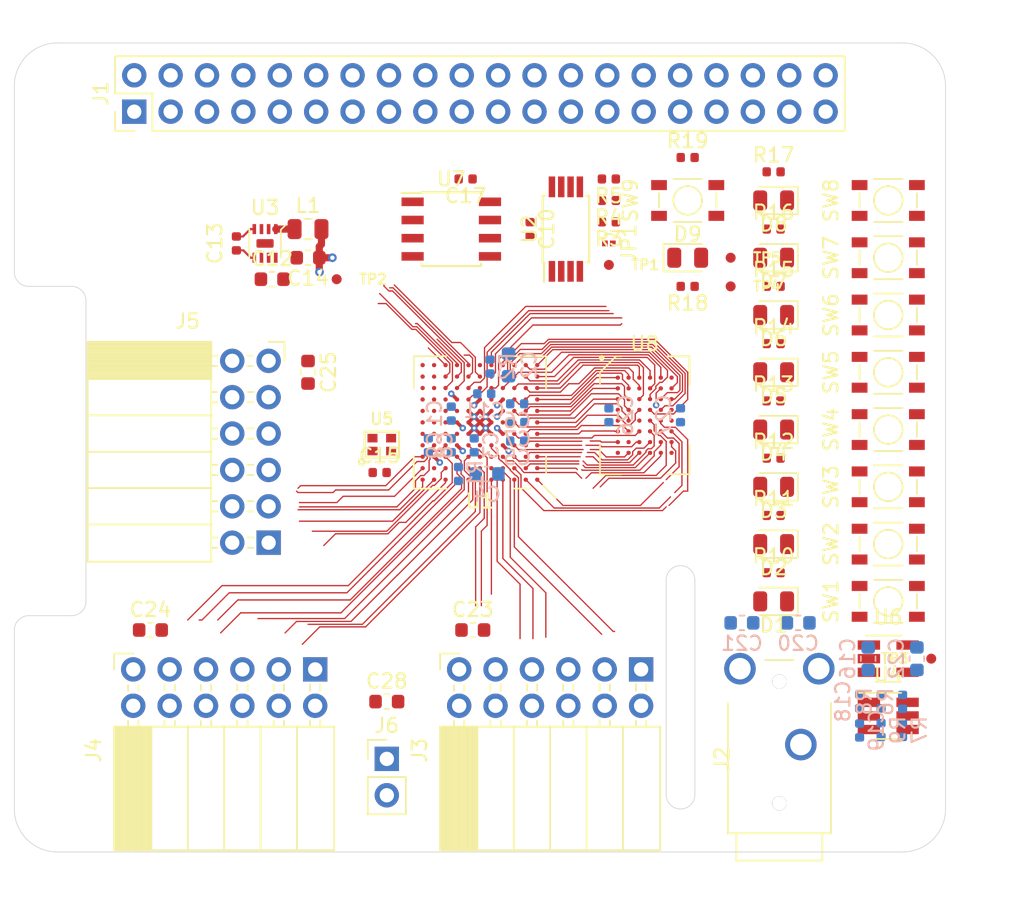
<source format=kicad_pcb>
(kicad_pcb (version 20171130) (host pcbnew 5.1.2+dfsg1-1)
  (layers (0 F.Cu signal) (1 In1.Cu power hide) (2 In2.Cu power) (31 B.Cu signal) (34 B.Paste user) (35 F.Paste user) (36 B.SilkS user hide) (37 F.SilkS user hide) (38 B.Mask user) (39 F.Mask user) (44 Edge.Cuts user))
  (net 0 "")
  (net 1 GND)
  (net 2 +1V2)
  (net 3 "Net-(C2-Pad2)")
  (net 4 "Net-(C2-Pad1)")
  (net 5 "Net-(C4-Pad2)")
  (net 6 "Net-(C4-Pad1)")
  (net 7 +3V3)
  (net 8 +5V)
  (net 9 "Net-(C13-Pad2)")
  (net 10 "Net-(C18-Pad1)")
  (net 11 "Net-(C19-Pad1)")
  (net 12 "Net-(C20-Pad1)")
  (net 13 "Net-(C21-Pad1)")
  (net 14 +3.3VDAC)
  (net 15 "Net-(D1-Pad1)")
  (net 16 /LED0)
  (net 17 /LED1)
  (net 18 "Net-(D2-Pad1)")
  (net 19 "Net-(D3-Pad1)")
  (net 20 /LED2)
  (net 21 /LED3)
  (net 22 "Net-(D4-Pad1)")
  (net 23 /LED4)
  (net 24 "Net-(D5-Pad1)")
  (net 25 "Net-(D6-Pad1)")
  (net 26 /LED5)
  (net 27 /LED6)
  (net 28 "Net-(D7-Pad1)")
  (net 29 "Net-(D8-Pad1)")
  (net 30 /LED7)
  (net 31 /GP13_FPGA_CDONE)
  (net 32 "Net-(J1-Pad3)")
  (net 33 "Net-(J1-Pad5)")
  (net 34 "Net-(J1-Pad7)")
  (net 35 /GP14_UART_TXD)
  (net 36 /GP15_UART_RXD)
  (net 37 "Net-(J1-Pad11)")
  (net 38 "Net-(J1-Pad12)")
  (net 39 /GP27_SDIO_DAT3)
  (net 40 /GP22_SDIO_CLK)
  (net 41 /GP23_SDIO_CMD)
  (net 42 /GP24_SDIO_DAT0)
  (net 43 /GP10_SPI_MOSI)
  (net 44 /GP9_SPI_MISO)
  (net 45 /GP25_SDIO_DAT1)
  (net 46 /GP11_SPI_SCK)
  (net 47 /GP8_SPI_~CS)
  (net 48 "Net-(J1-Pad26)")
  (net 49 /ID_SD)
  (net 50 /ID_SC)
  (net 51 "Net-(J1-Pad29)")
  (net 52 "Net-(J1-Pad31)")
  (net 53 /GP12_FPGA_~RST)
  (net 54 "Net-(J1-Pad35)")
  (net 55 "Net-(J1-Pad36)")
  (net 56 /GP26_SDIO_DAT2)
  (net 57 "Net-(J1-Pad38)")
  (net 58 "Net-(J1-Pad40)")
  (net 59 /IO0_0)
  (net 60 /IO0_1)
  (net 61 /IO0_2)
  (net 62 /IO0_3)
  (net 63 /IO0_4)
  (net 64 /IO0_5)
  (net 65 /IO0_6)
  (net 66 /IO0_7)
  (net 67 /IO1_7)
  (net 68 /IO1_6)
  (net 69 /IO1_5)
  (net 70 /IO1_4)
  (net 71 /IO1_3)
  (net 72 /IO1_2)
  (net 73 /IO1_1)
  (net 74 /IO1_0)
  (net 75 /IO2_0)
  (net 76 /IO2_1)
  (net 77 /IO2_2)
  (net 78 /IO2_3)
  (net 79 /IO2_4)
  (net 80 /IO2_5)
  (net 81 /IO2_6)
  (net 82 /IO2_7)
  (net 83 "Net-(JP1-Pad1)")
  (net 84 "Net-(L1-Pad1)")
  (net 85 "Net-(R6-Pad2)")
  (net 86 "Net-(R7-Pad2)")
  (net 87 /SW0)
  (net 88 /SW1)
  (net 89 /SW2)
  (net 90 /SW3)
  (net 91 /SW4)
  (net 92 /SW5)
  (net 93 /SW6)
  (net 94 /SW7)
  (net 95 /SRAM_DQ0)
  (net 96 /SRAM_DQ5)
  (net 97 /SRAM_DQ7)
  (net 98 /SRAM_DQ6)
  (net 99 /SRAM_DQ12)
  (net 100 /SRAM_A9)
  (net 101 /SRAM_A2)
  (net 102 /SRAM_A4)
  (net 103 /SRAM_A5)
  (net 104 /SRAM_A10)
  (net 105 /SRAM_DQ1)
  (net 106 /SRAM_DQ4)
  (net 107 /SRAM_DQ8)
  (net 108 /SRAM_DQ10)
  (net 109 /SRAM_DQ13)
  (net 110 /SRAM_DQ15)
  (net 111 /SRAM_A3)
  (net 112 /SRAM_A7)
  (net 113 /SRAM_A6)
  (net 114 /SRAM_A12)
  (net 115 /SRAM_DQ3)
  (net 116 /SRAM_DQ9)
  (net 117 /SRAM_DQ11)
  (net 118 /SRAM_A8)
  (net 119 /SRAM_A0)
  (net 120 /SRAM_A1)
  (net 121 /SRAM_A11)
  (net 122 /SRAM_A13)
  (net 123 /SRAM_A15)
  (net 124 /SRAM_DQ2)
  (net 125 /SRAM_DQ14)
  (net 126 /SRAM_A14)
  (net 127 /SRAM_A17)
  (net 128 /SRAM_A16)
  (net 129 /SRAM_~WE)
  (net 130 /SRAM_~OE)
  (net 131 /SRAM_~LB)
  (net 132 /SRAM_~UB)
  (net 133 /AUDIO_R_PWM)
  (net 134 "Net-(U1-PadB10)")
  (net 135 /CLK_OSC)
  (net 136 /AUDIO_L_PWM)
  (module Capacitor_SMD:C_0402_1005Metric (layer B.Cu) (at 128.9 108.1 90)
    (fp_text reference C8 (at 0 1.17 90) (layer B.SilkS) (effects (justify mirror)))
    (fp_text value 100n)
    (pad 2 smd roundrect (at 0.485 0 90) (size 0.59 0.64) (layers B.Cu B.Paste B.Mask) (net 1 GND))
    (pad 1 smd roundrect (at -0.485 0 90) (size 0.59 0.64) (layers B.Cu B.Paste B.Mask) (net 7 +3V3))
  )
  (module fpga_hat:BGA-121_11x11_9.0x9.0mm (layer F.Cu) (at 132.5 106.5 180)
    (fp_text reference U1 (at 0 -5.5) (layer F.SilkS))
    (fp_text value iCE40-HX8k-BG121)
    (pad A1 smd circle (at -4 -4 180) (size 0.3 0.3) (layers F.Cu F.Paste F.Mask) (net 79 /IO2_4))
    (pad B1 smd circle (at -4 -3.2 180) (size 0.3 0.3) (layers F.Cu F.Paste F.Mask) (net 104 /SRAM_A10))
    (pad C1 smd circle (at -4 -2.4 180) (size 0.3 0.3) (layers F.Cu F.Paste F.Mask) (net 96 /SRAM_DQ5))
    (pad D1 smd circle (at -4 -1.6 180) (size 0.3 0.3) (layers F.Cu F.Paste F.Mask) (net 97 /SRAM_DQ7))
    (pad E1 smd circle (at -4 -0.8 180) (size 0.3 0.3) (layers F.Cu F.Paste F.Mask) (net 125 /SRAM_DQ14))
    (pad F1 smd circle (at -4 0 180) (size 0.3 0.3) (layers F.Cu F.Paste F.Mask) (net 99 /SRAM_DQ12))
    (pad G1 smd circle (at -4 0.8 180) (size 0.3 0.3) (layers F.Cu F.Paste F.Mask) (net 107 /SRAM_DQ8))
    (pad H1 smd circle (at -4 1.6 180) (size 0.3 0.3) (layers F.Cu F.Paste F.Mask) (net 132 /SRAM_~UB))
    (pad J1 smd circle (at -4 2.4 180) (size 0.3 0.3) (layers F.Cu F.Paste F.Mask) (net 119 /SRAM_A0))
    (pad K1 smd circle (at -4 3.2 180) (size 0.3 0.3) (layers F.Cu F.Paste F.Mask) (net 102 /SRAM_A4))
    (pad L1 smd circle (at -4 4 180) (size 0.3 0.3) (layers F.Cu F.Paste F.Mask) (net 95 /SRAM_DQ0))
    (pad A2 smd circle (at -3.2 -4 180) (size 0.3 0.3) (layers F.Cu F.Paste F.Mask) (net 77 /IO2_2))
    (pad B2 smd circle (at -3.2 -3.2 180) (size 0.3 0.3) (layers F.Cu F.Paste F.Mask) (net 123 /SRAM_A15))
    (pad C2 smd circle (at -3.2 -2.4 180) (size 0.3 0.3) (layers F.Cu F.Paste F.Mask) (net 106 /SRAM_DQ4))
    (pad D2 smd circle (at -3.2 -1.6 180) (size 0.3 0.3) (layers F.Cu F.Paste F.Mask) (net 121 /SRAM_A11))
    (pad E2 smd circle (at -3.2 -0.8 180) (size 0.3 0.3) (layers F.Cu F.Paste F.Mask) (net 109 /SRAM_DQ13))
    (pad F2 smd circle (at -3.2 0 180) (size 0.3 0.3) (layers F.Cu F.Paste F.Mask) (net 116 /SRAM_DQ9))
    (pad G2 smd circle (at -3.2 0.8 180) (size 0.3 0.3) (layers F.Cu F.Paste F.Mask) (net 108 /SRAM_DQ10))
    (pad H2 smd circle (at -3.2 1.6 180) (size 0.3 0.3) (layers F.Cu F.Paste F.Mask) (net 130 /SRAM_~OE))
    (pad J2 smd circle (at -3.2 2.4 180) (size 0.3 0.3) (layers F.Cu F.Paste F.Mask) (net 128 /SRAM_A16))
    (pad K2 smd circle (at -3.2 3.2 180) (size 0.3 0.3) (layers F.Cu F.Paste F.Mask) (net 120 /SRAM_A1))
    (pad L2 smd circle (at -3.2 4 180) (size 0.3 0.3) (layers F.Cu F.Paste F.Mask) (net 113 /SRAM_A6))
    (pad A3 smd circle (at -2.4 -4 180) (size 0.3 0.3) (layers F.Cu F.Paste F.Mask) (net 78 /IO2_3))
    (pad B3 smd circle (at -2.4 -3.2 180) (size 0.3 0.3) (layers F.Cu F.Paste F.Mask) (net 76 /IO2_1))
    (pad C3 smd circle (at -2.4 -2.4 180) (size 0.3 0.3) (layers F.Cu F.Paste F.Mask) (net 118 /SRAM_A8))
    (pad D3 smd circle (at -2.4 -1.6 180) (size 0.3 0.3) (layers F.Cu F.Paste F.Mask) (net 110 /SRAM_DQ15))
    (pad E3 smd circle (at -2.4 -0.8 180) (size 0.3 0.3) (layers F.Cu F.Paste F.Mask) (net 126 /SRAM_A14))
    (pad F3 smd circle (at -2.4 0 180) (size 0.3 0.3) (layers F.Cu F.Paste F.Mask) (net 127 /SRAM_A17))
    (pad G3 smd circle (at -2.4 0.8 180) (size 0.3 0.3) (layers F.Cu F.Paste F.Mask) (net 117 /SRAM_DQ11))
    (pad H3 smd circle (at -2.4 1.6 180) (size 0.3 0.3) (layers F.Cu F.Paste F.Mask) (net 131 /SRAM_~LB))
    (pad J3 smd circle (at -2.4 2.4 180) (size 0.3 0.3) (layers F.Cu F.Paste F.Mask) (net 103 /SRAM_A5))
    (pad K3 smd circle (at -2.4 3.2 180) (size 0.3 0.3) (layers F.Cu F.Paste F.Mask) (net 101 /SRAM_A2))
    (pad L3 smd circle (at -2.4 4 180) (size 0.3 0.3) (layers F.Cu F.Paste F.Mask) (net 105 /SRAM_DQ1))
    (pad A4 smd circle (at -1.6 -4 180) (size 0.3 0.3) (layers F.Cu F.Paste F.Mask) (net 68 /IO1_6))
    (pad B4 smd circle (at -1.6 -3.2 180) (size 0.3 0.3) (layers F.Cu F.Paste F.Mask) (net 75 /IO2_0))
    (pad C4 smd circle (at -1.6 -2.4 180) (size 0.3 0.3) (layers F.Cu F.Paste F.Mask) (net 100 /SRAM_A9))
    (pad D4 smd circle (at -1.6 -1.6 180) (size 0.3 0.3) (layers F.Cu F.Paste F.Mask) (net 2 +1V2))
    (pad E4 smd circle (at -1.6 -0.8 180) (size 0.3 0.3) (layers F.Cu F.Paste F.Mask) (net 7 +3V3))
    (pad F4 smd circle (at -1.6 0 180) (size 0.3 0.3) (layers F.Cu F.Paste F.Mask) (net 98 /SRAM_DQ6))
    (pad G4 smd circle (at -1.6 0.8 180) (size 0.3 0.3) (layers F.Cu F.Paste F.Mask) (net 7 +3V3))
    (pad H4 smd circle (at -1.6 1.6 180) (size 0.3 0.3) (layers F.Cu F.Paste F.Mask) (net 2 +1V2))
    (pad J4 smd circle (at -1.6 2.4 180) (size 0.3 0.3) (layers F.Cu F.Paste F.Mask) (net 124 /SRAM_DQ2))
    (pad K4 smd circle (at -1.6 3.2 180) (size 0.3 0.3) (layers F.Cu F.Paste F.Mask) (net 115 /SRAM_DQ3))
    (pad L4 smd circle (at -1.6 4 180) (size 0.3 0.3) (layers F.Cu F.Paste F.Mask) (net 112 /SRAM_A7))
    (pad A5 smd circle (at -0.8 -4 180) (size 0.3 0.3) (layers F.Cu F.Paste F.Mask) (net 70 /IO1_4))
    (pad B5 smd circle (at -0.8 -3.2 180) (size 0.3 0.3) (layers F.Cu F.Paste F.Mask) (net 69 /IO1_5))
    (pad C5 smd circle (at -0.8 -2.4 180) (size 0.3 0.3) (layers F.Cu F.Paste F.Mask) (net 5 "Net-(C4-Pad2)"))
    (pad D5 smd circle (at -0.8 -1.6 180) (size 0.3 0.3) (layers F.Cu F.Paste F.Mask) (net 67 /IO1_7))
    (pad E5 smd circle (at -0.8 -0.8 180) (size 0.3 0.3) (layers F.Cu F.Paste F.Mask) (net 1 GND))
    (pad F5 smd circle (at -0.8 0 180) (size 0.3 0.3) (layers F.Cu F.Paste F.Mask) (net 1 GND))
    (pad G5 smd circle (at -0.8 0.8 180) (size 0.3 0.3) (layers F.Cu F.Paste F.Mask) (net 1 GND))
    (pad H5 smd circle (at -0.8 1.6 180) (size 0.3 0.3) (layers F.Cu F.Paste F.Mask) (net 1 GND))
    (pad J5 smd circle (at -0.8 2.4 180) (size 0.3 0.3) (layers F.Cu F.Paste F.Mask) (net 129 /SRAM_~WE))
    (pad K5 smd circle (at -0.8 3.2 180) (size 0.3 0.3) (layers F.Cu F.Paste F.Mask) (net 111 /SRAM_A3))
    (pad L5 smd circle (at -0.8 4 180) (size 0.3 0.3) (layers F.Cu F.Paste F.Mask) (net 56 /GP26_SDIO_DAT2))
    (pad A6 smd circle (at 0 -4 180) (size 0.3 0.3) (layers F.Cu F.Paste F.Mask) (net 71 /IO1_3))
    (pad B6 smd circle (at 0 -3.2 180) (size 0.3 0.3) (layers F.Cu F.Paste F.Mask) (net 81 /IO2_6))
    (pad C6 smd circle (at 0 -2.4 180) (size 0.3 0.3) (layers F.Cu F.Paste F.Mask) (net 6 "Net-(C4-Pad1)"))
    (pad D6 smd circle (at 0 -1.6 180) (size 0.3 0.3) (layers F.Cu F.Paste F.Mask) (net 7 +3V3))
    (pad E6 smd circle (at 0 -0.8 180) (size 0.3 0.3) (layers F.Cu F.Paste F.Mask) (net 1 GND))
    (pad F6 smd circle (at 0 0 180) (size 0.3 0.3) (layers F.Cu F.Paste F.Mask) (net 1 GND))
    (pad G6 smd circle (at 0 0.8 180) (size 0.3 0.3) (layers F.Cu F.Paste F.Mask) (net 1 GND))
    (pad H6 smd circle (at 0 1.6 180) (size 0.3 0.3) (layers F.Cu F.Paste F.Mask) (net 7 +3V3))
    (pad J6 smd circle (at 0 2.4 180) (size 0.3 0.3) (layers F.Cu F.Paste F.Mask) (net 4 "Net-(C2-Pad1)"))
    (pad K6 smd circle (at 0 3.2 180) (size 0.3 0.3) (layers F.Cu F.Paste F.Mask) (net 39 /GP27_SDIO_DAT3))
    (pad L6 smd circle (at 0 4 180) (size 0.3 0.3) (layers F.Cu F.Paste F.Mask) (net 3 "Net-(C2-Pad2)"))
    (pad A7 smd circle (at 0.8 -4 180) (size 0.3 0.3) (layers F.Cu F.Paste F.Mask) (net 72 /IO1_2))
    (pad B7 smd circle (at 0.8 -3.2 180) (size 0.3 0.3) (layers F.Cu F.Paste F.Mask) (net 80 /IO2_5))
    (pad C7 smd circle (at 0.8 -2.4 180) (size 0.3 0.3) (layers F.Cu F.Paste F.Mask) (net 73 /IO1_1))
    (pad D7 smd circle (at 0.8 -1.6 180) (size 0.3 0.3) (layers F.Cu F.Paste F.Mask) (net 66 /IO0_7))
    (pad E7 smd circle (at 0.8 -0.8 180) (size 0.3 0.3) (layers F.Cu F.Paste F.Mask) (net 1 GND))
    (pad F7 smd circle (at 0.8 0 180) (size 0.3 0.3) (layers F.Cu F.Paste F.Mask) (net 1 GND))
    (pad G7 smd circle (at 0.8 0.8 180) (size 0.3 0.3) (layers F.Cu F.Paste F.Mask) (net 1 GND))
    (pad H7 smd circle (at 0.8 1.6 180) (size 0.3 0.3) (layers F.Cu F.Paste F.Mask) (net 114 /SRAM_A12))
    (pad J7 smd circle (at 0.8 2.4 180) (size 0.3 0.3) (layers F.Cu F.Paste F.Mask) (net 122 /SRAM_A13))
    (pad K7 smd circle (at 0.8 3.2 180) (size 0.3 0.3) (layers F.Cu F.Paste F.Mask) (net 133 /AUDIO_R_PWM))
    (pad L7 smd circle (at 0.8 4 180) (size 0.3 0.3) (layers F.Cu F.Paste F.Mask) (net 41 /GP23_SDIO_CMD))
    (pad A8 smd circle (at 1.6 -4 180) (size 0.3 0.3) (layers F.Cu F.Paste F.Mask) (net 74 /IO1_0))
    (pad B8 smd circle (at 1.6 -3.2 180) (size 0.3 0.3) (layers F.Cu F.Paste F.Mask) (net 63 /IO0_4))
    (pad C8 smd circle (at 1.6 -2.4 180) (size 0.3 0.3) (layers F.Cu F.Paste F.Mask) (net 65 /IO0_6))
    (pad D8 smd circle (at 1.6 -1.6 180) (size 0.3 0.3) (layers F.Cu F.Paste F.Mask) (net 2 +1V2))
    (pad E8 smd circle (at 1.6 -0.8 180) (size 0.3 0.3) (layers F.Cu F.Paste F.Mask) (net 90 /SW3))
    (pad F8 smd circle (at 1.6 0 180) (size 0.3 0.3) (layers F.Cu F.Paste F.Mask) (net 7 +3V3))
    (pad G8 smd circle (at 1.6 0.8 180) (size 0.3 0.3) (layers F.Cu F.Paste F.Mask) (net 21 /LED3))
    (pad H8 smd circle (at 1.6 1.6 180) (size 0.3 0.3) (layers F.Cu F.Paste F.Mask) (net 2 +1V2))
    (pad J8 smd circle (at 1.6 2.4 180) (size 0.3 0.3) (layers F.Cu F.Paste F.Mask) (net 40 /GP22_SDIO_CLK))
    (pad K8 smd circle (at 1.6 3.2 180) (size 0.3 0.3) (layers F.Cu F.Paste F.Mask) (net 31 /GP13_FPGA_CDONE))
    (pad L8 smd circle (at 1.6 4 180) (size 0.3 0.3) (layers F.Cu F.Paste F.Mask) (net 42 /GP24_SDIO_DAT0))
    (pad A9 smd circle (at 2.4 -4 180) (size 0.3 0.3) (layers F.Cu F.Paste F.Mask) (net 64 /IO0_5))
    (pad B9 smd circle (at 2.4 -3.2 180) (size 0.3 0.3) (layers F.Cu F.Paste F.Mask) (net 62 /IO0_3))
    (pad C9 smd circle (at 2.4 -2.4 180) (size 0.3 0.3) (layers F.Cu F.Paste F.Mask) (net 61 /IO0_2))
    (pad D9 smd circle (at 2.4 -1.6 180) (size 0.3 0.3) (layers F.Cu F.Paste F.Mask) (net 91 /SW4))
    (pad E9 smd circle (at 2.4 -0.8 180) (size 0.3 0.3) (layers F.Cu F.Paste F.Mask) (net 89 /SW2))
    (pad F9 smd circle (at 2.4 0 180) (size 0.3 0.3) (layers F.Cu F.Paste F.Mask) (net 88 /SW1))
    (pad G9 smd circle (at 2.4 0.8 180) (size 0.3 0.3) (layers F.Cu F.Paste F.Mask) (net 27 /LED6))
    (pad H9 smd circle (at 2.4 1.6 180) (size 0.3 0.3) (layers F.Cu F.Paste F.Mask) (net 45 /GP25_SDIO_DAT1))
    (pad J9 smd circle (at 2.4 2.4 180) (size 0.3 0.3) (layers F.Cu F.Paste F.Mask) (net 44 /GP9_SPI_MISO))
    (pad K9 smd circle (at 2.4 3.2 180) (size 0.3 0.3) (layers F.Cu F.Paste F.Mask) (net 43 /GP10_SPI_MOSI))
    (pad L9 smd circle (at 2.4 4 180) (size 0.3 0.3) (layers F.Cu F.Paste F.Mask) (net 53 /GP12_FPGA_~RST))
    (pad A10 smd circle (at 3.2 -4 180) (size 0.3 0.3) (layers F.Cu F.Paste F.Mask) (net 60 /IO0_1))
    (pad B10 smd circle (at 3.2 -3.2 180) (size 0.3 0.3) (layers F.Cu F.Paste F.Mask) (net 134 "Net-(U1-PadB10)"))
    (pad C10 smd circle (at 3.2 -2.4 180) (size 0.3 0.3) (layers F.Cu F.Paste F.Mask) (net 7 +3V3))
    (pad D10 smd circle (at 3.2 -1.6 180) (size 0.3 0.3) (layers F.Cu F.Paste F.Mask) (net 94 /SW7))
    (pad E10 smd circle (at 3.2 -0.8 180) (size 0.3 0.3) (layers F.Cu F.Paste F.Mask) (net 135 /CLK_OSC))
    (pad F10 smd circle (at 3.2 0 180) (size 0.3 0.3) (layers F.Cu F.Paste F.Mask) (net 87 /SW0))
    (pad G10 smd circle (at 3.2 0.8 180) (size 0.3 0.3) (layers F.Cu F.Paste F.Mask) (net 26 /LED5))
    (pad H10 smd circle (at 3.2 1.6 180) (size 0.3 0.3) (layers F.Cu F.Paste F.Mask) (net 17 /LED1))
    (pad J10 smd circle (at 3.2 2.4 180) (size 0.3 0.3) (layers F.Cu F.Paste F.Mask) (net 20 /LED2))
    (pad K10 smd circle (at 3.2 3.2 180) (size 0.3 0.3) (layers F.Cu F.Paste F.Mask) (net 47 /GP8_SPI_~CS))
    (pad L10 smd circle (at 3.2 4 180) (size 0.3 0.3) (layers F.Cu F.Paste F.Mask) (net 46 /GP11_SPI_SCK))
    (pad A11 smd circle (at 4 -4 180) (size 0.3 0.3) (layers F.Cu F.Paste F.Mask) (net 59 /IO0_0))
    (pad B11 smd circle (at 4 -3.2 180) (size 0.3 0.3) (layers F.Cu F.Paste F.Mask) (net 36 /GP15_UART_RXD))
    (pad C11 smd circle (at 4 -2.4 180) (size 0.3 0.3) (layers F.Cu F.Paste F.Mask) (net 35 /GP14_UART_TXD))
    (pad D11 smd circle (at 4 -1.6 180) (size 0.3 0.3) (layers F.Cu F.Paste F.Mask) (net 93 /SW6))
    (pad E11 smd circle (at 4 -0.8 180) (size 0.3 0.3) (layers F.Cu F.Paste F.Mask) (net 92 /SW5))
    (pad F11 smd circle (at 4 0 180) (size 0.3 0.3) (layers F.Cu F.Paste F.Mask) (net 136 /AUDIO_L_PWM))
    (pad G11 smd circle (at 4 0.8 180) (size 0.3 0.3) (layers F.Cu F.Paste F.Mask) (net 30 /LED7))
    (pad H11 smd circle (at 4 1.6 180) (size 0.3 0.3) (layers F.Cu F.Paste F.Mask) (net 23 /LED4))
    (pad J11 smd circle (at 4 2.4 180) (size 0.3 0.3) (layers F.Cu F.Paste F.Mask) (net 82 /IO2_7))
    (pad K11 smd circle (at 4 3.2 180) (size 0.3 0.3) (layers F.Cu F.Paste F.Mask) (net 16 /LED0))
    (pad L11 smd circle (at 4 4 180) (size 0.3 0.3) (layers F.Cu F.Paste F.Mask) (net 7 +3V3))
  )
  (module fpga_hat:MOUNTHOLE_M2.5 (layer F.Cu) (at 161.5 83.5)
    (fp_text reference REF** hide)
    (fp_text value MOUNTHOLE_M2.5 hide)
    (pad "" np_thru_hole circle (at 0 0) (size 2.75 2.75) (drill 2.75) (layers *.Cu *.Mask) (thermal_gap 1.9))
  )
  (module fpga_hat:MOUNTHOLE_M2.5 (layer F.Cu) (at 161.5 133)
    (fp_text reference REF** hide)
    (fp_text value MOUNTHOLE_M2.5 hide)
    (pad "" np_thru_hole circle (at 0 0) (size 2.75 2.75) (drill 2.75) (layers *.Cu *.Mask) (thermal_gap 1.9))
  )
  (module fpga_hat:MOUNTHOLE_M2.5 (layer F.Cu) (at 103.5 133)
    (fp_text reference REF** hide)
    (fp_text value MOUNTHOLE_M2.5 hide)
    (pad "" np_thru_hole circle (at 0 0) (size 2.75 2.75) (drill 2.75) (layers *.Cu *.Mask) (thermal_gap 1.9))
  )
  (module fpga_hat:MOUNTHOLE_M2.5 (layer F.Cu) (at 103.5 83.5)
    (fp_text reference REF** hide)
    (fp_text value MOUNTHOLE_M2.5 hide)
    (pad "" np_thru_hole circle (at 0 0) (size 2.75 2.75) (drill 2.75) (layers *.Cu *.Mask) (thermal_gap 1.9))
  )
  (module Capacitor_SMD:C_0402_1005Metric (layer B.Cu) (at 130.5 105.885 270)
    (fp_text reference C1 (at 0 1.17 90) (layer B.SilkS) (effects (justify mirror)))
    (fp_text value 100n)
    (pad 2 smd roundrect (at 0.485 0 270) (size 0.59 0.64) (layers B.Cu B.Paste B.Mask) (net 1 GND))
    (pad 1 smd roundrect (at -0.485 0 270) (size 0.59 0.64) (layers B.Cu B.Paste B.Mask) (net 2 +1V2))
  )
  (module Capacitor_SMD:C_0603_1608Metric (layer B.Cu) (at 134.5 102.4875 90)
    (fp_text reference C2 (at 0 1.43 90) (layer B.SilkS) (effects (justify mirror)))
    (fp_text value 4u7)
    (pad 2 smd roundrect (at 0.7875 0 90) (size 0.875 0.95) (layers B.Cu B.Paste B.Mask) (net 3 "Net-(C2-Pad2)"))
    (pad 1 smd roundrect (at -0.7875 0 90) (size 0.875 0.95) (layers B.Cu B.Paste B.Mask) (net 4 "Net-(C2-Pad1)"))
  )
  (module Capacitor_SMD:C_0402_1005Metric (layer B.Cu) (at 132.1 108.1 90)
    (fp_text reference C3 (at 0 1.17 90) (layer B.SilkS) (effects (justify mirror)))
    (fp_text value 100n)
    (pad 1 smd roundrect (at -0.485 0 90) (size 0.59 0.64) (layers B.Cu B.Paste B.Mask) (net 2 +1V2))
    (pad 2 smd roundrect (at 0.485 0 90) (size 0.59 0.64) (layers B.Cu B.Paste B.Mask) (net 1 GND))
  )
  (module Capacitor_SMD:C_0603_1608Metric (layer B.Cu) (at 133 110.1)
    (fp_text reference C4 (at 0 1.43) (layer B.SilkS) (effects (justify mirror)))
    (fp_text value 4u7)
    (pad 1 smd roundrect (at -0.7875 0) (size 0.875 0.95) (layers B.Cu B.Paste B.Mask) (net 6 "Net-(C4-Pad1)"))
    (pad 2 smd roundrect (at 0.7875 0) (size 0.875 0.95) (layers B.Cu B.Paste B.Mask) (net 5 "Net-(C4-Pad2)"))
  )
  (module Capacitor_SMD:C_0402_1005Metric (layer B.Cu) (at 135.1 107.8)
    (fp_text reference C5 (at 0 1.17 180) (layer B.SilkS) (effects (justify mirror)))
    (fp_text value 100n)
    (pad 1 smd roundrect (at -0.485 0) (size 0.59 0.64) (layers B.Cu B.Paste B.Mask) (net 2 +1V2))
    (pad 2 smd roundrect (at 0.485 0) (size 0.59 0.64) (layers B.Cu B.Paste B.Mask) (net 1 GND))
  )
  (module Capacitor_SMD:C_0402_1005Metric (layer B.Cu) (at 135.1 105.2)
    (fp_text reference C6 (at 0 1.17) (layer B.SilkS) (effects (justify mirror)))
    (fp_text value 100n)
    (pad 2 smd roundrect (at 0.485 0) (size 0.59 0.64) (layers B.Cu B.Paste B.Mask) (net 1 GND))
    (pad 1 smd roundrect (at -0.485 0) (size 0.59 0.64) (layers B.Cu B.Paste B.Mask) (net 2 +1V2))
  )
  (module Capacitor_SMD:C_0402_1005Metric (layer B.Cu) (at 135.115 106.5)
    (fp_text reference C7 (at 0 1.17 180) (layer B.SilkS) (effects (justify mirror)))
    (fp_text value 100n)
    (pad 2 smd roundrect (at 0.485 0) (size 0.59 0.64) (layers B.Cu B.Paste B.Mask) (net 1 GND))
    (pad 1 smd roundrect (at -0.485 0) (size 0.59 0.64) (layers B.Cu B.Paste B.Mask) (net 7 +3V3))
  )
  (module Capacitor_SMD:C_0402_1005Metric (layer B.Cu) (at 130.5 108.1 270)
    (fp_text reference C9 (at 0 1.17 90) (layer B.SilkS) (effects (justify mirror)))
    (fp_text value 100n)
    (pad 2 smd roundrect (at 0.485 0 270) (size 0.59 0.64) (layers B.Cu B.Paste B.Mask) (net 1 GND))
    (pad 1 smd roundrect (at -0.485 0 270) (size 0.59 0.64) (layers B.Cu B.Paste B.Mask) (net 7 +3V3))
  )
  (module Capacitor_SMD:C_0402_1005Metric (layer F.Cu) (at 136 93 270)
    (fp_text reference C10 (at 0 -1.17 90) (layer F.SilkS))
    (fp_text value 100n)
    (pad 2 smd roundrect (at 0.485 0 270) (size 0.59 0.64) (layers F.Cu F.Paste F.Mask) (net 1 GND))
    (pad 1 smd roundrect (at -0.485 0 270) (size 0.59 0.64) (layers F.Cu F.Paste F.Mask) (net 7 +3V3))
  )
  (module Capacitor_SMD:C_0402_1005Metric (layer B.Cu) (at 132.8 104.5)
    (fp_text reference C11 (at 0 1.17) (layer B.SilkS) (effects (justify mirror)))
    (fp_text value 100n)
    (pad 1 smd roundrect (at -0.485 0) (size 0.59 0.64) (layers B.Cu B.Paste B.Mask) (net 7 +3V3))
    (pad 2 smd roundrect (at 0.485 0) (size 0.59 0.64) (layers B.Cu B.Paste B.Mask) (net 1 GND))
  )
  (module Capacitor_SMD:C_0603_1608Metric (layer F.Cu) (at 118 96.5)
    (fp_text reference C12 (at 0 -1.43) (layer F.SilkS))
    (fp_text value 4u7)
    (pad 2 smd roundrect (at 0.7875 0) (size 0.875 0.95) (layers F.Cu F.Paste F.Mask) (net 1 GND))
    (pad 1 smd roundrect (at -0.7875 0) (size 0.875 0.95) (layers F.Cu F.Paste F.Mask) (net 8 +5V))
  )
  (module Capacitor_SMD:C_0402_1005Metric (layer F.Cu) (at 115.5 94 270)
    (fp_text reference C13 (at 0 1.5 90) (layer F.SilkS))
    (fp_text value 560p)
    (pad 1 smd roundrect (at -0.485 0 270) (size 0.59 0.64) (layers F.Cu F.Paste F.Mask) (net 2 +1V2))
    (pad 2 smd roundrect (at 0.485 0 270) (size 0.59 0.64) (layers F.Cu F.Paste F.Mask) (net 9 "Net-(C13-Pad2)"))
  )
  (module Capacitor_SMD:C_0603_1608Metric (layer F.Cu) (at 120.5 95 180)
    (fp_text reference C14 (at 0 -1.43) (layer F.SilkS))
    (fp_text value 4u7)
    (pad 2 smd roundrect (at 0.7875 0 180) (size 0.875 0.95) (layers F.Cu F.Paste F.Mask) (net 1 GND))
    (pad 1 smd roundrect (at -0.7875 0 180) (size 0.875 0.95) (layers F.Cu F.Paste F.Mask) (net 2 +1V2))
  )
  (module Capacitor_SMD:C_0402_1005Metric (layer F.Cu) (at 125.5 110)
    (fp_text reference C15 (at 0 -1.17) (layer F.SilkS))
    (fp_text value 100n)
    (pad 2 smd roundrect (at 0.485 0) (size 0.59 0.64) (layers F.Cu F.Paste F.Mask) (net 1 GND))
    (pad 1 smd roundrect (at -0.485 0) (size 0.59 0.64) (layers F.Cu F.Paste F.Mask) (net 7 +3V3))
  )
  (module Capacitor_SMD:C_0603_1608Metric (layer B.Cu) (at 159.6 123 270)
    (fp_text reference C16 (at 0 1.43 90) (layer B.SilkS) (effects (justify mirror)))
    (fp_text value 1u)
    (pad 1 smd roundrect (at -0.7875 0 270) (size 0.875 0.95) (layers B.Cu B.Paste B.Mask) (net 8 +5V))
    (pad 2 smd roundrect (at 0.7875 0 270) (size 0.875 0.95) (layers B.Cu B.Paste B.Mask) (net 1 GND))
  )
  (module Capacitor_SMD:C_0402_1005Metric (layer F.Cu) (at 131.5 89.5 180)
    (fp_text reference C17 (at 0 -1.17) (layer F.SilkS))
    (fp_text value 100n)
    (pad 1 smd roundrect (at -0.485 0 180) (size 0.59 0.64) (layers F.Cu F.Paste F.Mask) (net 7 +3V3))
    (pad 2 smd roundrect (at 0.485 0 180) (size 0.59 0.64) (layers F.Cu F.Paste F.Mask) (net 1 GND))
  )
  (module Capacitor_SMD:C_0402_1005Metric (layer B.Cu) (at 159 125.985 270)
    (fp_text reference C18 (at 0 1.17 90) (layer B.SilkS) (effects (justify mirror)))
    (fp_text value 100n)
    (pad 1 smd roundrect (at -0.485 0 270) (size 0.59 0.64) (layers B.Cu B.Paste B.Mask) (net 10 "Net-(C18-Pad1)"))
    (pad 2 smd roundrect (at 0.485 0 270) (size 0.59 0.64) (layers B.Cu B.Paste B.Mask) (net 1 GND))
  )
  (module Capacitor_SMD:C_0402_1005Metric (layer B.Cu) (at 159 128.015 90)
    (fp_text reference C19 (at 0 1.17 90) (layer B.SilkS) (effects (justify mirror)))
    (fp_text value 100n)
    (pad 1 smd roundrect (at -0.485 0 90) (size 0.59 0.64) (layers B.Cu B.Paste B.Mask) (net 11 "Net-(C19-Pad1)"))
    (pad 2 smd roundrect (at 0.485 0 90) (size 0.59 0.64) (layers B.Cu B.Paste B.Mask) (net 1 GND))
  )
  (module Capacitor_SMD:C_0603_1608Metric (layer B.Cu) (at 154.7125 120.5)
    (fp_text reference C20 (at 0 1.43) (layer B.SilkS) (effects (justify mirror)))
    (fp_text value 4u7)
    (pad 1 smd roundrect (at -0.7875 0) (size 0.875 0.95) (layers B.Cu B.Paste B.Mask) (net 12 "Net-(C20-Pad1)"))
    (pad 2 smd roundrect (at 0.7875 0) (size 0.875 0.95) (layers B.Cu B.Paste B.Mask) (net 10 "Net-(C18-Pad1)"))
  )
  (module Capacitor_SMD:C_0603_1608Metric (layer B.Cu) (at 150.7875 120.5)
    (fp_text reference C21 (at 0 1.43) (layer B.SilkS) (effects (justify mirror)))
    (fp_text value 4u7)
    (pad 1 smd roundrect (at -0.7875 0) (size 0.875 0.95) (layers B.Cu B.Paste B.Mask) (net 13 "Net-(C21-Pad1)"))
    (pad 2 smd roundrect (at 0.7875 0) (size 0.875 0.95) (layers B.Cu B.Paste B.Mask) (net 11 "Net-(C19-Pad1)"))
  )
  (module Capacitor_SMD:C_0603_1608Metric (layer B.Cu) (at 163 123 270)
    (fp_text reference C22 (at 0 1.43 90) (layer B.SilkS) (effects (justify mirror)))
    (fp_text value 1u)
    (pad 2 smd roundrect (at 0.7875 0 270) (size 0.875 0.95) (layers B.Cu B.Paste B.Mask) (net 1 GND))
    (pad 1 smd roundrect (at -0.7875 0 270) (size 0.875 0.95) (layers B.Cu B.Paste B.Mask) (net 14 +3.3VDAC))
  )
  (module Capacitor_SMD:C_0603_1608Metric (layer F.Cu) (at 132 121)
    (fp_text reference C23 (at 0 -1.43) (layer F.SilkS))
    (fp_text value 1u)
    (pad 2 smd roundrect (at 0.7875 0) (size 0.875 0.95) (layers F.Cu F.Paste F.Mask) (net 1 GND))
    (pad 1 smd roundrect (at -0.7875 0) (size 0.875 0.95) (layers F.Cu F.Paste F.Mask) (net 7 +3V3))
  )
  (module Capacitor_SMD:C_0603_1608Metric (layer F.Cu) (at 109.5 121)
    (fp_text reference C24 (at 0 -1.43) (layer F.SilkS))
    (fp_text value 1u)
    (pad 1 smd roundrect (at -0.7875 0) (size 0.875 0.95) (layers F.Cu F.Paste F.Mask) (net 7 +3V3))
    (pad 2 smd roundrect (at 0.7875 0) (size 0.875 0.95) (layers F.Cu F.Paste F.Mask) (net 1 GND))
  )
  (module Capacitor_SMD:C_0603_1608Metric (layer F.Cu) (at 120.5 103 270)
    (fp_text reference C25 (at 0 -1.43 90) (layer F.SilkS))
    (fp_text value 1u)
    (pad 2 smd roundrect (at 0.7875 0 270) (size 0.875 0.95) (layers F.Cu F.Paste F.Mask) (net 1 GND))
    (pad 1 smd roundrect (at -0.7875 0 270) (size 0.875 0.95) (layers F.Cu F.Paste F.Mask) (net 7 +3V3))
  )
  (module Capacitor_SMD:C_0402_1005Metric (layer B.Cu) (at 141.5 106 90)
    (fp_text reference C26 (at 0 1.17 270) (layer B.SilkS) (effects (justify mirror)))
    (fp_text value 100n)
    (pad 1 smd roundrect (at -0.485 0 90) (size 0.59 0.64) (layers B.Cu B.Paste B.Mask) (net 7 +3V3))
    (pad 2 smd roundrect (at 0.485 0 90) (size 0.59 0.64) (layers B.Cu B.Paste B.Mask) (net 1 GND))
  )
  (module Capacitor_SMD:C_0402_1005Metric (layer B.Cu) (at 146.5 106 270)
    (fp_text reference C27 (at 0 1.17 270) (layer B.SilkS) (effects (justify mirror)))
    (fp_text value 100n)
    (pad 2 smd roundrect (at 0.485 0 270) (size 0.59 0.64) (layers B.Cu B.Paste B.Mask) (net 1 GND))
    (pad 1 smd roundrect (at -0.485 0 270) (size 0.59 0.64) (layers B.Cu B.Paste B.Mask) (net 7 +3V3))
  )
  (module Capacitor_SMD:C_0603_1608Metric (layer F.Cu) (at 126 126)
    (fp_text reference C28 (at 0 -1.43) (layer F.SilkS))
    (fp_text value 1u)
    (pad 1 smd roundrect (at -0.7875 0) (size 0.875 0.95) (layers F.Cu F.Paste F.Mask) (net 8 +5V))
    (pad 2 smd roundrect (at 0.7875 0) (size 0.875 0.95) (layers F.Cu F.Paste F.Mask) (net 1 GND))
  )
  (module LED_SMD:LED_0805_2012Metric (layer F.Cu) (at 153 119 180)
    (fp_text reference D1 (at 0 -1.65) (layer F.SilkS))
    (fp_text value LED)
    (pad 1 smd roundrect (at -0.9375 0 180) (size 0.975 1.4) (layers F.Cu F.Paste F.Mask) (net 15 "Net-(D1-Pad1)"))
    (pad 2 smd roundrect (at 0.9375 0 180) (size 0.975 1.4) (layers F.Cu F.Paste F.Mask) (net 16 /LED0))
  )
  (module LED_SMD:LED_0805_2012Metric (layer F.Cu) (at 153 115 180)
    (fp_text reference D2 (at 0 -1.65) (layer F.SilkS))
    (fp_text value LED)
    (pad 1 smd roundrect (at -0.9375 0 180) (size 0.975 1.4) (layers F.Cu F.Paste F.Mask) (net 18 "Net-(D2-Pad1)"))
    (pad 2 smd roundrect (at 0.9375 0 180) (size 0.975 1.4) (layers F.Cu F.Paste F.Mask) (net 17 /LED1))
  )
  (module LED_SMD:LED_0805_2012Metric (layer F.Cu) (at 153 111 180)
    (fp_text reference D3 (at 0 -1.65) (layer F.SilkS))
    (fp_text value LED)
    (pad 2 smd roundrect (at 0.9375 0 180) (size 0.975 1.4) (layers F.Cu F.Paste F.Mask) (net 20 /LED2))
    (pad 1 smd roundrect (at -0.9375 0 180) (size 0.975 1.4) (layers F.Cu F.Paste F.Mask) (net 19 "Net-(D3-Pad1)"))
  )
  (module LED_SMD:LED_0805_2012Metric (layer F.Cu) (at 153 107 180)
    (fp_text reference D4 (at 0 -1.65) (layer F.SilkS))
    (fp_text value LED)
    (pad 1 smd roundrect (at -0.9375 0 180) (size 0.975 1.4) (layers F.Cu F.Paste F.Mask) (net 22 "Net-(D4-Pad1)"))
    (pad 2 smd roundrect (at 0.9375 0 180) (size 0.975 1.4) (layers F.Cu F.Paste F.Mask) (net 21 /LED3))
  )
  (module LED_SMD:LED_0805_2012Metric (layer F.Cu) (at 153 103 180)
    (fp_text reference D5 (at 0 -1.65) (layer F.SilkS))
    (fp_text value LED)
    (pad 2 smd roundrect (at 0.9375 0 180) (size 0.975 1.4) (layers F.Cu F.Paste F.Mask) (net 23 /LED4))
    (pad 1 smd roundrect (at -0.9375 0 180) (size 0.975 1.4) (layers F.Cu F.Paste F.Mask) (net 24 "Net-(D5-Pad1)"))
  )
  (module LED_SMD:LED_0805_2012Metric (layer F.Cu) (at 153 99 180)
    (fp_text reference D6 (at 0 -1.65) (layer F.SilkS))
    (fp_text value LED)
    (pad 1 smd roundrect (at -0.9375 0 180) (size 0.975 1.4) (layers F.Cu F.Paste F.Mask) (net 25 "Net-(D6-Pad1)"))
    (pad 2 smd roundrect (at 0.9375 0 180) (size 0.975 1.4) (layers F.Cu F.Paste F.Mask) (net 26 /LED5))
  )
  (module LED_SMD:LED_0805_2012Metric (layer F.Cu) (at 153 95 180)
    (fp_text reference D7 (at 0 -1.65) (layer F.SilkS))
    (fp_text value LED)
    (pad 2 smd roundrect (at 0.9375 0 180) (size 0.975 1.4) (layers F.Cu F.Paste F.Mask) (net 27 /LED6))
    (pad 1 smd roundrect (at -0.9375 0 180) (size 0.975 1.4) (layers F.Cu F.Paste F.Mask) (net 28 "Net-(D7-Pad1)"))
  )
  (module LED_SMD:LED_0805_2012Metric (layer F.Cu) (at 153 91 180)
    (fp_text reference D8 (at 0 -1.65) (layer F.SilkS))
    (fp_text value LED)
    (pad 1 smd roundrect (at -0.9375 0 180) (size 0.975 1.4) (layers F.Cu F.Paste F.Mask) (net 29 "Net-(D8-Pad1)"))
    (pad 2 smd roundrect (at 0.9375 0 180) (size 0.975 1.4) (layers F.Cu F.Paste F.Mask) (net 30 /LED7))
  )
  (module LED_SMD:LED_0805_2012Metric (layer F.Cu) (at 147 95)
    (fp_text reference D9 (at 0 -1.65) (layer F.SilkS))
    (fp_text value LED)
    (pad 2 smd roundrect (at 0.9375 0) (size 0.975 1.4) (layers F.Cu F.Paste F.Mask) (net 31 /GP13_FPGA_CDONE))
    (pad 1 smd roundrect (at -0.9375 0) (size 0.975 1.4) (layers F.Cu F.Paste F.Mask) (net 1 GND))
  )
  (module Connector_PinHeader_2.54mm:PinHeader_2x20_P2.54mm_Vertical (layer F.Cu) (at 108.37 84.8 90)
    (fp_text reference J1 (at 1.27 -2.33 90) (layer F.SilkS))
    (fp_text value 2x20)
    (pad 1 thru_hole rect (at 0 0 90) (size 1.7 1.7) (drill 1) (layers *.Cu *.Mask) (net 7 +3V3))
    (pad 2 thru_hole oval (at 2.54 0 90) (size 1.7 1.7) (drill 1) (layers *.Cu *.Mask) (net 8 +5V))
    (pad 3 thru_hole oval (at 0 2.54 90) (size 1.7 1.7) (drill 1) (layers *.Cu *.Mask) (net 32 "Net-(J1-Pad3)"))
    (pad 4 thru_hole oval (at 2.54 2.54 90) (size 1.7 1.7) (drill 1) (layers *.Cu *.Mask) (net 8 +5V))
    (pad 5 thru_hole oval (at 0 5.08 90) (size 1.7 1.7) (drill 1) (layers *.Cu *.Mask) (net 33 "Net-(J1-Pad5)"))
    (pad 6 thru_hole oval (at 2.54 5.08 90) (size 1.7 1.7) (drill 1) (layers *.Cu *.Mask) (net 1 GND))
    (pad 7 thru_hole oval (at 0 7.62 90) (size 1.7 1.7) (drill 1) (layers *.Cu *.Mask) (net 34 "Net-(J1-Pad7)"))
    (pad 8 thru_hole oval (at 2.54 7.62 90) (size 1.7 1.7) (drill 1) (layers *.Cu *.Mask) (net 35 /GP14_UART_TXD))
    (pad 9 thru_hole oval (at 0 10.16 90) (size 1.7 1.7) (drill 1) (layers *.Cu *.Mask) (net 1 GND))
    (pad 10 thru_hole oval (at 2.54 10.16 90) (size 1.7 1.7) (drill 1) (layers *.Cu *.Mask) (net 36 /GP15_UART_RXD))
    (pad 11 thru_hole oval (at 0 12.7 90) (size 1.7 1.7) (drill 1) (layers *.Cu *.Mask) (net 37 "Net-(J1-Pad11)"))
    (pad 12 thru_hole oval (at 2.54 12.7 90) (size 1.7 1.7) (drill 1) (layers *.Cu *.Mask) (net 38 "Net-(J1-Pad12)"))
    (pad 13 thru_hole oval (at 0 15.24 90) (size 1.7 1.7) (drill 1) (layers *.Cu *.Mask) (net 39 /GP27_SDIO_DAT3))
    (pad 14 thru_hole oval (at 2.54 15.24 90) (size 1.7 1.7) (drill 1) (layers *.Cu *.Mask) (net 1 GND))
    (pad 15 thru_hole oval (at 0 17.78 90) (size 1.7 1.7) (drill 1) (layers *.Cu *.Mask) (net 40 /GP22_SDIO_CLK))
    (pad 16 thru_hole oval (at 2.54 17.78 90) (size 1.7 1.7) (drill 1) (layers *.Cu *.Mask) (net 41 /GP23_SDIO_CMD))
    (pad 17 thru_hole oval (at 0 20.32 90) (size 1.7 1.7) (drill 1) (layers *.Cu *.Mask) (net 7 +3V3))
    (pad 18 thru_hole oval (at 2.54 20.32 90) (size 1.7 1.7) (drill 1) (layers *.Cu *.Mask) (net 42 /GP24_SDIO_DAT0))
    (pad 19 thru_hole oval (at 0 22.86 90) (size 1.7 1.7) (drill 1) (layers *.Cu *.Mask) (net 43 /GP10_SPI_MOSI))
    (pad 20 thru_hole oval (at 2.54 22.86 90) (size 1.7 1.7) (drill 1) (layers *.Cu *.Mask) (net 1 GND))
    (pad 21 thru_hole oval (at 0 25.4 90) (size 1.7 1.7) (drill 1) (layers *.Cu *.Mask) (net 44 /GP9_SPI_MISO))
    (pad 22 thru_hole oval (at 2.54 25.4 90) (size 1.7 1.7) (drill 1) (layers *.Cu *.Mask) (net 45 /GP25_SDIO_DAT1))
    (pad 23 thru_hole oval (at 0 27.94 90) (size 1.7 1.7) (drill 1) (layers *.Cu *.Mask) (net 46 /GP11_SPI_SCK))
    (pad 24 thru_hole oval (at 2.54 27.94 90) (size 1.7 1.7) (drill 1) (layers *.Cu *.Mask) (net 47 /GP8_SPI_~CS))
    (pad 25 thru_hole oval (at 0 30.48 90) (size 1.7 1.7) (drill 1) (layers *.Cu *.Mask) (net 1 GND))
    (pad 26 thru_hole oval (at 2.54 30.48 90) (size 1.7 1.7) (drill 1) (layers *.Cu *.Mask) (net 48 "Net-(J1-Pad26)"))
    (pad 27 thru_hole oval (at 0 33.02 90) (size 1.7 1.7) (drill 1) (layers *.Cu *.Mask) (net 49 /ID_SD))
    (pad 28 thru_hole oval (at 2.54 33.02 90) (size 1.7 1.7) (drill 1) (layers *.Cu *.Mask) (net 50 /ID_SC))
    (pad 29 thru_hole oval (at 0 35.56 90) (size 1.7 1.7) (drill 1) (layers *.Cu *.Mask) (net 51 "Net-(J1-Pad29)"))
    (pad 30 thru_hole oval (at 2.54 35.56 90) (size 1.7 1.7) (drill 1) (layers *.Cu *.Mask) (net 1 GND))
    (pad 31 thru_hole oval (at 0 38.1 90) (size 1.7 1.7) (drill 1) (layers *.Cu *.Mask) (net 52 "Net-(J1-Pad31)"))
    (pad 32 thru_hole oval (at 2.54 38.1 90) (size 1.7 1.7) (drill 1) (layers *.Cu *.Mask) (net 53 /GP12_FPGA_~RST))
    (pad 33 thru_hole oval (at 0 40.64 90) (size 1.7 1.7) (drill 1) (layers *.Cu *.Mask) (net 31 /GP13_FPGA_CDONE))
    (pad 34 thru_hole oval (at 2.54 40.64 90) (size 1.7 1.7) (drill 1) (layers *.Cu *.Mask) (net 1 GND))
    (pad 35 thru_hole oval (at 0 43.18 90) (size 1.7 1.7) (drill 1) (layers *.Cu *.Mask) (net 54 "Net-(J1-Pad35)"))
    (pad 36 thru_hole oval (at 2.54 43.18 90) (size 1.7 1.7) (drill 1) (layers *.Cu *.Mask) (net 55 "Net-(J1-Pad36)"))
    (pad 37 thru_hole oval (at 0 45.72 90) (size 1.7 1.7) (drill 1) (layers *.Cu *.Mask) (net 56 /GP26_SDIO_DAT2))
    (pad 38 thru_hole oval (at 2.54 45.72 90) (size 1.7 1.7) (drill 1) (layers *.Cu *.Mask) (net 57 "Net-(J1-Pad38)"))
    (pad 39 thru_hole oval (at 0 48.26 90) (size 1.7 1.7) (drill 1) (layers *.Cu *.Mask) (net 1 GND))
    (pad 40 thru_hole oval (at 2.54 48.26 90) (size 1.7 1.7) (drill 1) (layers *.Cu *.Mask) (net 58 "Net-(J1-Pad40)"))
  )
  (module fpga_hat:STX-3000_TRS_3.5mm (layer F.Cu) (at 153.4 129 90)
    (fp_text reference J2 (at -1 -4 90) (layer F.SilkS))
    (fp_text value AudioJack3)
    (pad ~ thru_hole circle (at -4.1 0 90) (size 1 1) (drill 1) (layers *.Cu *.Mask))
    (pad ~ thru_hole circle (at 4.4 0 90) (size 1 1) (drill 1) (layers *.Cu *.Mask))
    (pad S thru_hole circle (at 0 1.5 90) (size 2.2 2.2) (drill 1.5) (layers *.Cu *.Mask) (net 1 GND))
    (pad R thru_hole circle (at 5.3 -2.75 90) (size 2.2 2.2) (drill 1.5) (layers *.Cu *.Mask) (net 13 "Net-(C21-Pad1)"))
    (pad T thru_hole circle (at 5.3 2.75 90) (size 2.2 2.2) (drill 1.5) (layers *.Cu *.Mask) (net 12 "Net-(C20-Pad1)"))
  )
  (module fpga_hat:PinSocket_2x06_P2.54mm_Horizontal (layer F.Cu) (at 143.75 123.75 90)
    (fp_text reference J3 (at -5.65 -15.47 90) (layer F.SilkS))
    (fp_text value Conn_02x06_Top_Bottom)
    (pad 6 thru_hole circle (at 0 -12.7 90) (size 1.7 1.7) (drill 1) (layers *.Cu *.Mask) (net 7 +3V3))
    (pad 12 thru_hole oval (at -2.54 -12.7 90) (size 1.7 1.7) (drill 1) (layers *.Cu *.Mask) (net 7 +3V3))
    (pad 5 thru_hole oval (at 0 -10.16 90) (size 1.7 1.7) (drill 1) (layers *.Cu *.Mask) (net 1 GND))
    (pad 11 thru_hole oval (at -2.54 -10.16 90) (size 1.7 1.7) (drill 1) (layers *.Cu *.Mask) (net 1 GND))
    (pad 4 thru_hole oval (at 0 -7.62 90) (size 1.7 1.7) (drill 1) (layers *.Cu *.Mask) (net 62 /IO0_3))
    (pad 10 thru_hole oval (at -2.54 -7.62 90) (size 1.7 1.7) (drill 1) (layers *.Cu *.Mask) (net 66 /IO0_7))
    (pad 3 thru_hole oval (at 0 -5.08 90) (size 1.7 1.7) (drill 1) (layers *.Cu *.Mask) (net 61 /IO0_2))
    (pad 9 thru_hole oval (at -2.54 -5.08 90) (size 1.7 1.7) (drill 1) (layers *.Cu *.Mask) (net 65 /IO0_6))
    (pad 2 thru_hole oval (at 0 -2.54 90) (size 1.7 1.7) (drill 1) (layers *.Cu *.Mask) (net 60 /IO0_1))
    (pad 8 thru_hole oval (at -2.54 -2.54 90) (size 1.7 1.7) (drill 1) (layers *.Cu *.Mask) (net 64 /IO0_5))
    (pad 1 thru_hole rect (at 0 0 90) (size 1.7 1.7) (drill 1) (layers *.Cu *.Mask) (net 59 /IO0_0))
    (pad 7 thru_hole oval (at -2.54 0 90) (size 1.7 1.7) (drill 1) (layers *.Cu *.Mask) (net 63 /IO0_4))
  )
  (module fpga_hat:PinSocket_2x06_P2.54mm_Horizontal (layer F.Cu) (at 121 123.75 90)
    (fp_text reference J4 (at -5.65 -15.47 90) (layer F.SilkS))
    (fp_text value Conn_02x06_Top_Bottom)
    (pad 7 thru_hole oval (at -2.54 0 90) (size 1.7 1.7) (drill 1) (layers *.Cu *.Mask) (net 70 /IO1_4))
    (pad 1 thru_hole rect (at 0 0 90) (size 1.7 1.7) (drill 1) (layers *.Cu *.Mask) (net 74 /IO1_0))
    (pad 8 thru_hole oval (at -2.54 -2.54 90) (size 1.7 1.7) (drill 1) (layers *.Cu *.Mask) (net 69 /IO1_5))
    (pad 2 thru_hole oval (at 0 -2.54 90) (size 1.7 1.7) (drill 1) (layers *.Cu *.Mask) (net 73 /IO1_1))
    (pad 9 thru_hole oval (at -2.54 -5.08 90) (size 1.7 1.7) (drill 1) (layers *.Cu *.Mask) (net 68 /IO1_6))
    (pad 3 thru_hole oval (at 0 -5.08 90) (size 1.7 1.7) (drill 1) (layers *.Cu *.Mask) (net 72 /IO1_2))
    (pad 10 thru_hole oval (at -2.54 -7.62 90) (size 1.7 1.7) (drill 1) (layers *.Cu *.Mask) (net 67 /IO1_7))
    (pad 4 thru_hole oval (at 0 -7.62 90) (size 1.7 1.7) (drill 1) (layers *.Cu *.Mask) (net 71 /IO1_3))
    (pad 11 thru_hole oval (at -2.54 -10.16 90) (size 1.7 1.7) (drill 1) (layers *.Cu *.Mask) (net 1 GND))
    (pad 5 thru_hole oval (at 0 -10.16 90) (size 1.7 1.7) (drill 1) (layers *.Cu *.Mask) (net 1 GND))
    (pad 12 thru_hole oval (at -2.54 -12.7 90) (size 1.7 1.7) (drill 1) (layers *.Cu *.Mask) (net 7 +3V3))
    (pad 6 thru_hole circle (at 0 -12.7 90) (size 1.7 1.7) (drill 1) (layers *.Cu *.Mask) (net 7 +3V3))
  )
  (module fpga_hat:PinSocket_2x06_P2.54mm_Horizontal (layer F.Cu) (at 117.75 114.9)
    (fp_text reference J5 (at -5.65 -15.47) (layer F.SilkS))
    (fp_text value Conn_02x06_Top_Bottom)
    (pad 6 thru_hole circle (at 0 -12.7) (size 1.7 1.7) (drill 1) (layers *.Cu *.Mask) (net 7 +3V3))
    (pad 12 thru_hole oval (at -2.54 -12.7) (size 1.7 1.7) (drill 1) (layers *.Cu *.Mask) (net 7 +3V3))
    (pad 5 thru_hole oval (at 0 -10.16) (size 1.7 1.7) (drill 1) (layers *.Cu *.Mask) (net 1 GND))
    (pad 11 thru_hole oval (at -2.54 -10.16) (size 1.7 1.7) (drill 1) (layers *.Cu *.Mask) (net 1 GND))
    (pad 4 thru_hole oval (at 0 -7.62) (size 1.7 1.7) (drill 1) (layers *.Cu *.Mask) (net 78 /IO2_3))
    (pad 10 thru_hole oval (at -2.54 -7.62) (size 1.7 1.7) (drill 1) (layers *.Cu *.Mask) (net 82 /IO2_7))
    (pad 3 thru_hole oval (at 0 -5.08) (size 1.7 1.7) (drill 1) (layers *.Cu *.Mask) (net 77 /IO2_2))
    (pad 9 thru_hole oval (at -2.54 -5.08) (size 1.7 1.7) (drill 1) (layers *.Cu *.Mask) (net 81 /IO2_6))
    (pad 2 thru_hole oval (at 0 -2.54) (size 1.7 1.7) (drill 1) (layers *.Cu *.Mask) (net 76 /IO2_1))
    (pad 8 thru_hole oval (at -2.54 -2.54) (size 1.7 1.7) (drill 1) (layers *.Cu *.Mask) (net 80 /IO2_5))
    (pad 1 thru_hole rect (at 0 0) (size 1.7 1.7) (drill 1) (layers *.Cu *.Mask) (net 75 /IO2_0))
    (pad 7 thru_hole oval (at -2.54 0) (size 1.7 1.7) (drill 1) (layers *.Cu *.Mask) (net 79 /IO2_4))
  )
  (module Connector_PinHeader_2.54mm:PinHeader_1x02_P2.54mm_Vertical (layer F.Cu) (at 126 130)
    (fp_text reference J6 (at 0 -2.33) (layer F.SilkS))
    (fp_text value Conn_01x02)
    (pad 1 thru_hole rect (at 0 0) (size 1.7 1.7) (drill 1) (layers *.Cu *.Mask) (net 8 +5V))
    (pad 2 thru_hole oval (at 0 2.54) (size 1.7 1.7) (drill 1) (layers *.Cu *.Mask) (net 1 GND))
  )
  (module fpga_hat:SOLDER_JUMP (layer F.Cu) (at 141.5 94 90)
    (fp_text reference JP1 (at 0 1.4 90) (layer F.SilkS))
    (fp_text value "Solder jumper")
    (pad 1 smd rect (at 0 -0.275 90) (size 0.4 0.4) (layers F.Cu F.Paste F.Mask) (net 83 "Net-(JP1-Pad1)"))
    (pad 2 smd rect (at 0 0.275 90) (size 0.4 0.4) (layers F.Cu F.Paste F.Mask) (net 1 GND))
  )
  (module Inductor_SMD:L_0805_2012Metric (layer F.Cu) (at 120.5 93)
    (fp_text reference L1 (at 0 -1.65) (layer F.SilkS))
    (fp_text value 1u)
    (pad 1 smd roundrect (at -0.9375 0) (size 0.975 1.4) (layers F.Cu F.Paste F.Mask) (net 84 "Net-(L1-Pad1)"))
    (pad 2 smd roundrect (at 0.9375 0) (size 0.975 1.4) (layers F.Cu F.Paste F.Mask) (net 2 +1V2))
  )
  (module Resistor_SMD:R_0402_1005Metric (layer B.Cu) (at 131 110.1 90)
    (fp_text reference R1 (at 0 1.17 90) (layer B.SilkS) (effects (justify mirror)))
    (fp_text value 100)
    (pad 1 smd roundrect (at -0.485 0 90) (size 0.59 0.64) (layers B.Cu B.Paste B.Mask) (net 6 "Net-(C4-Pad1)"))
    (pad 2 smd roundrect (at 0.485 0 90) (size 0.59 0.64) (layers B.Cu B.Paste B.Mask) (net 2 +1V2))
  )
  (module Resistor_SMD:R_0402_1005Metric (layer B.Cu) (at 133.2 102.6 90)
    (fp_text reference R2 (at 0 1.17 90) (layer B.SilkS) (effects (justify mirror)))
    (fp_text value 100)
    (pad 2 smd roundrect (at 0.485 0 90) (size 0.59 0.64) (layers B.Cu B.Paste B.Mask) (net 2 +1V2))
    (pad 1 smd roundrect (at -0.485 0 90) (size 0.59 0.64) (layers B.Cu B.Paste B.Mask) (net 4 "Net-(C2-Pad1)"))
  )
  (module Resistor_SMD:R_0402_1005Metric (layer F.Cu) (at 141.5 92.5 180)
    (fp_text reference R3 (at 0 -1.17) (layer F.SilkS))
    (fp_text value 470)
    (pad 1 smd roundrect (at -0.485 0 180) (size 0.59 0.64) (layers F.Cu F.Paste F.Mask) (net 7 +3V3))
    (pad 2 smd roundrect (at 0.485 0 180) (size 0.59 0.64) (layers F.Cu F.Paste F.Mask) (net 83 "Net-(JP1-Pad1)"))
  )
  (module Resistor_SMD:R_0402_1005Metric (layer F.Cu) (at 141.5 91 180)
    (fp_text reference R4 (at 0 -1.17) (layer F.SilkS))
    (fp_text value 4k7)
    (pad 1 smd roundrect (at -0.485 0 180) (size 0.59 0.64) (layers F.Cu F.Paste F.Mask) (net 7 +3V3))
    (pad 2 smd roundrect (at 0.485 0 180) (size 0.59 0.64) (layers F.Cu F.Paste F.Mask) (net 50 /ID_SC))
  )
  (module Resistor_SMD:R_0402_1005Metric (layer F.Cu) (at 141.5 89.5 180)
    (fp_text reference R5 (at 0 -1.17) (layer F.SilkS))
    (fp_text value 4k7)
    (pad 2 smd roundrect (at 0.485 0 180) (size 0.59 0.64) (layers F.Cu F.Paste F.Mask) (net 50 /ID_SC))
    (pad 1 smd roundrect (at -0.485 0 180) (size 0.59 0.64) (layers F.Cu F.Paste F.Mask) (net 7 +3V3))
  )
  (module Resistor_SMD:R_0402_1005Metric (layer B.Cu) (at 162 126.015 270)
    (fp_text reference R6 (at 0 1.17 90) (layer B.SilkS) (effects (justify mirror)))
    (fp_text value 220)
    (pad 2 smd roundrect (at 0.485 0 270) (size 0.59 0.64) (layers B.Cu B.Paste B.Mask) (net 85 "Net-(R6-Pad2)"))
    (pad 1 smd roundrect (at -0.485 0 270) (size 0.59 0.64) (layers B.Cu B.Paste B.Mask) (net 10 "Net-(C18-Pad1)"))
  )
  (module Resistor_SMD:R_0402_1005Metric (layer B.Cu) (at 162 127.985 90)
    (fp_text reference R7 (at 0 1.17 90) (layer B.SilkS) (effects (justify mirror)))
    (fp_text value 220)
    (pad 2 smd roundrect (at 0.485 0 90) (size 0.59 0.64) (layers B.Cu B.Paste B.Mask) (net 86 "Net-(R7-Pad2)"))
    (pad 1 smd roundrect (at -0.485 0 90) (size 0.59 0.64) (layers B.Cu B.Paste B.Mask) (net 11 "Net-(C19-Pad1)"))
  )
  (module Resistor_SMD:R_0402_1005Metric (layer B.Cu) (at 160.5 125.985 270)
    (fp_text reference R8 (at 0 1.17 90) (layer B.SilkS) (effects (justify mirror)))
    (fp_text value 100)
    (pad 1 smd roundrect (at -0.485 0 270) (size 0.59 0.64) (layers B.Cu B.Paste B.Mask) (net 10 "Net-(C18-Pad1)"))
    (pad 2 smd roundrect (at 0.485 0 270) (size 0.59 0.64) (layers B.Cu B.Paste B.Mask) (net 1 GND))
  )
  (module Resistor_SMD:R_0402_1005Metric (layer B.Cu) (at 160.5 127.985 90)
    (fp_text reference R9 (at 0 1.17 90) (layer B.SilkS) (effects (justify mirror)))
    (fp_text value 100)
    (pad 1 smd roundrect (at -0.485 0 90) (size 0.59 0.64) (layers B.Cu B.Paste B.Mask) (net 11 "Net-(C19-Pad1)"))
    (pad 2 smd roundrect (at 0.485 0 90) (size 0.59 0.64) (layers B.Cu B.Paste B.Mask) (net 1 GND))
  )
  (module Resistor_SMD:R_0402_1005Metric (layer F.Cu) (at 153 117)
    (fp_text reference R10 (at 0 -1.17) (layer F.SilkS))
    (fp_text value 470)
    (pad 1 smd roundrect (at -0.485 0) (size 0.59 0.64) (layers F.Cu F.Paste F.Mask) (net 1 GND))
    (pad 2 smd roundrect (at 0.485 0) (size 0.59 0.64) (layers F.Cu F.Paste F.Mask) (net 15 "Net-(D1-Pad1)"))
  )
  (module Resistor_SMD:R_0402_1005Metric (layer F.Cu) (at 153 113)
    (fp_text reference R11 (at 0 -1.17) (layer F.SilkS))
    (fp_text value 470)
    (pad 1 smd roundrect (at -0.485 0) (size 0.59 0.64) (layers F.Cu F.Paste F.Mask) (net 1 GND))
    (pad 2 smd roundrect (at 0.485 0) (size 0.59 0.64) (layers F.Cu F.Paste F.Mask) (net 18 "Net-(D2-Pad1)"))
  )
  (module Resistor_SMD:R_0402_1005Metric (layer F.Cu) (at 153 109)
    (fp_text reference R12 (at 0 -1.17) (layer F.SilkS))
    (fp_text value 470)
    (pad 2 smd roundrect (at 0.485 0) (size 0.59 0.64) (layers F.Cu F.Paste F.Mask) (net 19 "Net-(D3-Pad1)"))
    (pad 1 smd roundrect (at -0.485 0) (size 0.59 0.64) (layers F.Cu F.Paste F.Mask) (net 1 GND))
  )
  (module Resistor_SMD:R_0402_1005Metric (layer F.Cu) (at 152.985 105)
    (fp_text reference R13 (at 0 -1.17) (layer F.SilkS))
    (fp_text value 470)
    (pad 1 smd roundrect (at -0.485 0) (size 0.59 0.64) (layers F.Cu F.Paste F.Mask) (net 1 GND))
    (pad 2 smd roundrect (at 0.485 0) (size 0.59 0.64) (layers F.Cu F.Paste F.Mask) (net 22 "Net-(D4-Pad1)"))
  )
  (module Resistor_SMD:R_0402_1005Metric (layer F.Cu) (at 153 101)
    (fp_text reference R14 (at 0 -1.17) (layer F.SilkS))
    (fp_text value 470)
    (pad 2 smd roundrect (at 0.485 0) (size 0.59 0.64) (layers F.Cu F.Paste F.Mask) (net 24 "Net-(D5-Pad1)"))
    (pad 1 smd roundrect (at -0.485 0) (size 0.59 0.64) (layers F.Cu F.Paste F.Mask) (net 1 GND))
  )
  (module Resistor_SMD:R_0402_1005Metric (layer F.Cu) (at 153 97)
    (fp_text reference R15 (at 0 -1.17) (layer F.SilkS))
    (fp_text value 470)
    (pad 2 smd roundrect (at 0.485 0) (size 0.59 0.64) (layers F.Cu F.Paste F.Mask) (net 25 "Net-(D6-Pad1)"))
    (pad 1 smd roundrect (at -0.485 0) (size 0.59 0.64) (layers F.Cu F.Paste F.Mask) (net 1 GND))
  )
  (module Resistor_SMD:R_0402_1005Metric (layer F.Cu) (at 153 93)
    (fp_text reference R16 (at 0 -1.17) (layer F.SilkS))
    (fp_text value 470)
    (pad 1 smd roundrect (at -0.485 0) (size 0.59 0.64) (layers F.Cu F.Paste F.Mask) (net 1 GND))
    (pad 2 smd roundrect (at 0.485 0) (size 0.59 0.64) (layers F.Cu F.Paste F.Mask) (net 28 "Net-(D7-Pad1)"))
  )
  (module Resistor_SMD:R_0402_1005Metric (layer F.Cu) (at 153 89)
    (fp_text reference R17 (at 0 -1.17) (layer F.SilkS))
    (fp_text value 470)
    (pad 2 smd roundrect (at 0.485 0) (size 0.59 0.64) (layers F.Cu F.Paste F.Mask) (net 29 "Net-(D8-Pad1)"))
    (pad 1 smd roundrect (at -0.485 0) (size 0.59 0.64) (layers F.Cu F.Paste F.Mask) (net 1 GND))
  )
  (module Resistor_SMD:R_0402_1005Metric (layer F.Cu) (at 147 97 180)
    (fp_text reference R18 (at 0 -1.17) (layer F.SilkS))
    (fp_text value 470)
    (pad 1 smd roundrect (at -0.485 0 180) (size 0.59 0.64) (layers F.Cu F.Paste F.Mask) (net 31 /GP13_FPGA_CDONE))
    (pad 2 smd roundrect (at 0.485 0 180) (size 0.59 0.64) (layers F.Cu F.Paste F.Mask) (net 7 +3V3))
  )
  (module Resistor_SMD:R_0402_1005Metric (layer F.Cu) (at 147 88)
    (fp_text reference R19 (at 0 -1.17) (layer F.SilkS))
    (fp_text value 4k7)
    (pad 2 smd roundrect (at 0.485 0) (size 0.59 0.64) (layers F.Cu F.Paste F.Mask) (net 53 /GP12_FPGA_~RST))
    (pad 1 smd roundrect (at -0.485 0) (size 0.59 0.64) (layers F.Cu F.Paste F.Mask) (net 7 +3V3))
  )
  (module fpga_hat:PTS815 (layer F.Cu) (at 161 119 270)
    (fp_text reference SW1 (at 0 4 270) (layer F.SilkS))
    (fp_text value PTS815)
    (pad ~ smd rect (at -1.075 2) (size 1.1 0.7) (layers F.Cu F.Paste F.Mask))
    (pad ~ smd rect (at 1.075 2) (size 1.1 0.7) (layers F.Cu F.Paste F.Mask))
    (pad 2 smd rect (at 1.075 -2) (size 1.1 0.7) (layers F.Cu F.Paste F.Mask) (net 1 GND))
    (pad 1 smd rect (at -1.075 -2) (size 1.1 0.7) (layers F.Cu F.Paste F.Mask) (net 87 /SW0))
  )
  (module fpga_hat:PTS815 (layer F.Cu) (at 161 115 270)
    (fp_text reference SW2 (at 0 4 270) (layer F.SilkS))
    (fp_text value PTS815)
    (pad 1 smd rect (at -1.075 -2) (size 1.1 0.7) (layers F.Cu F.Paste F.Mask) (net 88 /SW1))
    (pad 2 smd rect (at 1.075 -2) (size 1.1 0.7) (layers F.Cu F.Paste F.Mask) (net 1 GND))
    (pad ~ smd rect (at 1.075 2) (size 1.1 0.7) (layers F.Cu F.Paste F.Mask))
    (pad ~ smd rect (at -1.075 2) (size 1.1 0.7) (layers F.Cu F.Paste F.Mask))
  )
  (module fpga_hat:PTS815 (layer F.Cu) (at 161 111 270)
    (fp_text reference SW3 (at 0 4 270) (layer F.SilkS))
    (fp_text value PTS815)
    (pad ~ smd rect (at -1.075 2) (size 1.1 0.7) (layers F.Cu F.Paste F.Mask))
    (pad ~ smd rect (at 1.075 2) (size 1.1 0.7) (layers F.Cu F.Paste F.Mask))
    (pad 2 smd rect (at 1.075 -2) (size 1.1 0.7) (layers F.Cu F.Paste F.Mask) (net 1 GND))
    (pad 1 smd rect (at -1.075 -2) (size 1.1 0.7) (layers F.Cu F.Paste F.Mask) (net 89 /SW2))
  )
  (module fpga_hat:PTS815 (layer F.Cu) (at 161 107 270)
    (fp_text reference SW4 (at 0 4 270) (layer F.SilkS))
    (fp_text value PTS815)
    (pad ~ smd rect (at -1.075 2) (size 1.1 0.7) (layers F.Cu F.Paste F.Mask))
    (pad ~ smd rect (at 1.075 2) (size 1.1 0.7) (layers F.Cu F.Paste F.Mask))
    (pad 2 smd rect (at 1.075 -2) (size 1.1 0.7) (layers F.Cu F.Paste F.Mask) (net 1 GND))
    (pad 1 smd rect (at -1.075 -2) (size 1.1 0.7) (layers F.Cu F.Paste F.Mask) (net 90 /SW3))
  )
  (module fpga_hat:PTS815 (layer F.Cu) (at 161 103 270)
    (fp_text reference SW5 (at 0 4 270) (layer F.SilkS))
    (fp_text value PTS815)
    (pad 1 smd rect (at -1.075 -2) (size 1.1 0.7) (layers F.Cu F.Paste F.Mask) (net 91 /SW4))
    (pad 2 smd rect (at 1.075 -2) (size 1.1 0.7) (layers F.Cu F.Paste F.Mask) (net 1 GND))
    (pad ~ smd rect (at 1.075 2) (size 1.1 0.7) (layers F.Cu F.Paste F.Mask))
    (pad ~ smd rect (at -1.075 2) (size 1.1 0.7) (layers F.Cu F.Paste F.Mask))
  )
  (module fpga_hat:PTS815 (layer F.Cu) (at 161 99 270)
    (fp_text reference SW6 (at 0 4 270) (layer F.SilkS))
    (fp_text value PTS815)
    (pad 1 smd rect (at -1.075 -2) (size 1.1 0.7) (layers F.Cu F.Paste F.Mask) (net 92 /SW5))
    (pad 2 smd rect (at 1.075 -2) (size 1.1 0.7) (layers F.Cu F.Paste F.Mask) (net 1 GND))
    (pad ~ smd rect (at 1.075 2) (size 1.1 0.7) (layers F.Cu F.Paste F.Mask))
    (pad ~ smd rect (at -1.075 2) (size 1.1 0.7) (layers F.Cu F.Paste F.Mask))
  )
  (module fpga_hat:PTS815 (layer F.Cu) (at 161 95 270)
    (fp_text reference SW7 (at 0 4 270) (layer F.SilkS))
    (fp_text value PTS815)
    (pad ~ smd rect (at -1.075 2) (size 1.1 0.7) (layers F.Cu F.Paste F.Mask))
    (pad ~ smd rect (at 1.075 2) (size 1.1 0.7) (layers F.Cu F.Paste F.Mask))
    (pad 2 smd rect (at 1.075 -2) (size 1.1 0.7) (layers F.Cu F.Paste F.Mask) (net 1 GND))
    (pad 1 smd rect (at -1.075 -2) (size 1.1 0.7) (layers F.Cu F.Paste F.Mask) (net 93 /SW6))
  )
  (module fpga_hat:PTS815 (layer F.Cu) (at 161 91 270)
    (fp_text reference SW8 (at 0 4 270) (layer F.SilkS))
    (fp_text value PTS815)
    (pad 1 smd rect (at -1.075 -2) (size 1.1 0.7) (layers F.Cu F.Paste F.Mask) (net 94 /SW7))
    (pad 2 smd rect (at 1.075 -2) (size 1.1 0.7) (layers F.Cu F.Paste F.Mask) (net 1 GND))
    (pad ~ smd rect (at 1.075 2) (size 1.1 0.7) (layers F.Cu F.Paste F.Mask))
    (pad ~ smd rect (at -1.075 2) (size 1.1 0.7) (layers F.Cu F.Paste F.Mask))
  )
  (module fpga_hat:PTS815 (layer F.Cu) (at 147 91 270)
    (fp_text reference SW9 (at 0 4 270) (layer F.SilkS))
    (fp_text value PTS815)
    (pad ~ smd rect (at -1.075 2) (size 1.1 0.7) (layers F.Cu F.Paste F.Mask))
    (pad ~ smd rect (at 1.075 2) (size 1.1 0.7) (layers F.Cu F.Paste F.Mask))
    (pad 2 smd rect (at 1.075 -2) (size 1.1 0.7) (layers F.Cu F.Paste F.Mask) (net 1 GND))
    (pad 1 smd rect (at -1.075 -2) (size 1.1 0.7) (layers F.Cu F.Paste F.Mask) (net 53 /GP12_FPGA_~RST))
  )
  (module fpga_hat:Testpoint_d0.7mm (layer F.Cu) (at 141.5 95.5)
    (fp_text reference TP1 (at 2.54 0) (layer F.SilkS) (effects (font (size 0.7 0.7))))
    (fp_text value TestPoint)
    (pad 1 smd circle (at 0 0) (size 0.7 0.7) (layers F.Cu F.Mask) (net 83 "Net-(JP1-Pad1)"))
  )
  (module fpga_hat:Testpoint_d0.7mm (layer F.Cu) (at 122.5 96.5)
    (fp_text reference TP2 (at 2.54 0) (layer F.SilkS) (effects (font (size 0.7 0.7))))
    (fp_text value TestPoint)
    (pad 1 smd circle (at 0 0) (size 0.7 0.7) (layers F.Cu F.Mask) (net 2 +1V2))
  )
  (module fpga_hat:Testpoint_d0.7mm (layer F.Cu) (at 164 123 180)
    (fp_text reference TP3 (at 2.54 0) (layer F.SilkS) (effects (font (size 0.7 0.7))))
    (fp_text value TestPoint)
    (pad 1 smd circle (at 0 0 180) (size 0.7 0.7) (layers F.Cu F.Mask) (net 14 +3.3VDAC))
  )
  (module fpga_hat:Testpoint_d0.7mm (layer F.Cu) (at 150 97)
    (fp_text reference TP4 (at 2.54 0) (layer F.SilkS) (effects (font (size 0.7 0.7))))
    (fp_text value TestPoint)
    (pad 1 smd circle (at 0 0) (size 0.7 0.7) (layers F.Cu F.Mask) (net 31 /GP13_FPGA_CDONE))
  )
  (module fpga_hat:Testpoint_d0.7mm (layer F.Cu) (at 150 95)
    (fp_text reference TP5 (at 2.54 0) (layer F.SilkS) (effects (font (size 0.7 0.7))))
    (fp_text value TestPoint)
    (pad 1 smd circle (at 0 0) (size 0.7 0.7) (layers F.Cu F.Mask) (net 53 /GP12_FPGA_~RST))
  )
  (module Package_SO:TSSOP-8_4.4x3mm_P0.65mm (layer F.Cu) (at 138.5 93 90)
    (fp_text reference U2 (at 0 -2.55 90) (layer F.SilkS))
    (fp_text value CAT24C32WI)
    (pad 1 smd rect (at -2.95 -0.975 90) (size 1.45 0.45) (layers F.Cu F.Paste F.Mask) (net 1 GND))
    (pad 2 smd rect (at -2.95 -0.325 90) (size 1.45 0.45) (layers F.Cu F.Paste F.Mask) (net 1 GND))
    (pad 3 smd rect (at -2.95 0.325 90) (size 1.45 0.45) (layers F.Cu F.Paste F.Mask) (net 1 GND))
    (pad 4 smd rect (at -2.95 0.975 90) (size 1.45 0.45) (layers F.Cu F.Paste F.Mask) (net 1 GND))
    (pad 5 smd rect (at 2.95 0.975 90) (size 1.45 0.45) (layers F.Cu F.Paste F.Mask) (net 49 /ID_SD))
    (pad 6 smd rect (at 2.95 0.325 90) (size 1.45 0.45) (layers F.Cu F.Paste F.Mask) (net 50 /ID_SC))
    (pad 7 smd rect (at 2.95 -0.325 90) (size 1.45 0.45) (layers F.Cu F.Paste F.Mask) (net 83 "Net-(JP1-Pad1)"))
    (pad 8 smd rect (at 2.95 -0.975 90) (size 1.45 0.45) (layers F.Cu F.Paste F.Mask) (net 7 +3V3))
  )
  (module fpga_hat:DFN8_2x2_0.5mm (layer F.Cu) (at 117.5 94 270)
    (fp_text reference U3 (at -2.5 0 180) (layer F.SilkS))
    (fp_text value MIC23050-4YML)
    (pad 1 smd rect (at -1 -0.75 270) (size 0.7 0.25) (layers F.Cu F.Paste F.Mask) (net 84 "Net-(L1-Pad1)"))
    (pad 2 smd rect (at -1 -0.25 270) (size 0.7 0.25) (layers F.Cu F.Paste F.Mask) (net 8 +5V))
    (pad 3 smd rect (at -1 0.25 270) (size 0.7 0.25) (layers F.Cu F.Paste F.Mask))
    (pad 4 smd rect (at -1 0.75 270) (size 0.7 0.25) (layers F.Cu F.Paste F.Mask) (net 2 +1V2))
    (pad 5 smd rect (at 1 0.75 270) (size 0.7 0.25) (layers F.Cu F.Paste F.Mask) (net 9 "Net-(C13-Pad2)"))
    (pad 8 smd rect (at 1 -0.75 270) (size 0.7 0.25) (layers F.Cu F.Paste F.Mask) (net 1 GND))
    (pad 7 smd rect (at 1 -0.25 270) (size 0.7 0.25) (layers F.Cu F.Paste F.Mask) (net 8 +5V))
    (pad 6 smd rect (at 1 0.25 270) (size 0.7 0.25) (layers F.Cu F.Paste F.Mask) (net 1 GND))
    (pad 8 smd roundrect (at 0 0 270) (size 0.6 1.2) (layers F.Cu F.Paste F.Mask) (roundrect_rratio 0.167) (net 1 GND))
  )
  (module Package_TO_SOT_SMD:SOT-23-6_Handsoldering (layer F.Cu) (at 161 127)
    (fp_text reference U4 (at 0 -2.9) (layer F.SilkS))
    (fp_text value 74LVC2G07)
    (pad 1 smd rect (at -1.35 -0.95) (size 1.56 0.65) (layers F.Cu F.Paste F.Mask) (net 136 /AUDIO_L_PWM))
    (pad 2 smd rect (at -1.35 0) (size 1.56 0.65) (layers F.Cu F.Paste F.Mask) (net 1 GND))
    (pad 3 smd rect (at -1.35 0.95) (size 1.56 0.65) (layers F.Cu F.Paste F.Mask) (net 133 /AUDIO_R_PWM))
    (pad 4 smd rect (at 1.35 0.95) (size 1.56 0.65) (layers F.Cu F.Paste F.Mask) (net 86 "Net-(R7-Pad2)"))
    (pad 6 smd rect (at 1.35 -0.95) (size 1.56 0.65) (layers F.Cu F.Paste F.Mask) (net 85 "Net-(R6-Pad2)"))
    (pad 5 smd rect (at 1.35 0) (size 1.56 0.65) (layers F.Cu F.Paste F.Mask) (net 14 +3.3VDAC))
  )
  (module fpga_hat:LGA4_1.6x1.2mm (layer F.Cu) (at 125.65 108.05)
    (fp_text reference U5 (at 0 -1.8) (layer F.SilkS) (effects (font (size 0.8 0.8))))
    (fp_text value DSC60XX)
    (pad 2 smd rect (at 0.65 0.45) (size 0.7 0.6) (layers F.Cu F.Paste F.Mask) (net 1 GND))
    (pad 1 smd rect (at -0.65 0.45) (size 0.7 0.6) (layers F.Cu F.Paste F.Mask) (net 7 +3V3))
    (pad 3 smd rect (at 0.65 -0.45) (size 0.7 0.6) (layers F.Cu F.Paste F.Mask) (net 135 /CLK_OSC))
    (pad 4 smd rect (at -0.65 -0.45) (size 0.7 0.6) (layers F.Cu F.Paste F.Mask) (net 7 +3V3))
  )
  (module Package_TO_SOT_SMD:SOT-23-5_HandSoldering (layer F.Cu) (at 161 123)
    (fp_text reference U6 (at 0 -2.9) (layer F.SilkS))
    (fp_text value NCP115ASN330T)
    (pad 1 smd rect (at -1.35 -0.95) (size 1.56 0.65) (layers F.Cu F.Paste F.Mask) (net 8 +5V))
    (pad 2 smd rect (at -1.35 0) (size 1.56 0.65) (layers F.Cu F.Paste F.Mask) (net 1 GND))
    (pad 3 smd rect (at -1.35 0.95) (size 1.56 0.65) (layers F.Cu F.Paste F.Mask) (net 8 +5V))
    (pad 4 smd rect (at 1.35 0.95) (size 1.56 0.65) (layers F.Cu F.Paste F.Mask))
    (pad 5 smd rect (at 1.35 -0.95) (size 1.56 0.65) (layers F.Cu F.Paste F.Mask) (net 14 +3.3VDAC))
  )
  (module Package_SO:SOIC-8_3.9x4.9mm_P1.27mm (layer F.Cu) (at 130.5 93)
    (fp_text reference U7 (at 0 -3.5) (layer F.SilkS))
    (fp_text value W25X40CL)
    (pad 1 smd rect (at -2.7 -1.905) (size 1.55 0.6) (layers F.Cu F.Paste F.Mask) (net 47 /GP8_SPI_~CS))
    (pad 2 smd rect (at -2.7 -0.635) (size 1.55 0.6) (layers F.Cu F.Paste F.Mask) (net 44 /GP9_SPI_MISO))
    (pad 3 smd rect (at -2.7 0.635) (size 1.55 0.6) (layers F.Cu F.Paste F.Mask) (net 7 +3V3))
    (pad 4 smd rect (at -2.7 1.905) (size 1.55 0.6) (layers F.Cu F.Paste F.Mask) (net 1 GND))
    (pad 5 smd rect (at 2.7 1.905) (size 1.55 0.6) (layers F.Cu F.Paste F.Mask) (net 43 /GP10_SPI_MOSI))
    (pad 6 smd rect (at 2.7 0.635) (size 1.55 0.6) (layers F.Cu F.Paste F.Mask) (net 46 /GP11_SPI_SCK))
    (pad 7 smd rect (at 2.7 -0.635) (size 1.55 0.6) (layers F.Cu F.Paste F.Mask) (net 7 +3V3))
    (pad 8 smd rect (at 2.7 -1.905) (size 1.55 0.6) (layers F.Cu F.Paste F.Mask) (net 7 +3V3))
  )
  (module fpga_hat:BGA-48_6x8_6.0x8.0mm (layer F.Cu) (at 144 106)
    (fp_text reference U8 (at 0 -5) (layer F.SilkS))
    (fp_text value IS61WV25616)
    (pad A1 smd circle (at -1.875 -2.625) (size 0.3 0.3) (layers F.Cu F.Paste F.Mask) (net 131 /SRAM_~LB))
    (pad B1 smd circle (at -1.875 -1.875) (size 0.3 0.3) (layers F.Cu F.Paste F.Mask) (net 107 /SRAM_DQ8))
    (pad C1 smd circle (at -1.875 -1.125) (size 0.3 0.3) (layers F.Cu F.Paste F.Mask) (net 116 /SRAM_DQ9))
    (pad D1 smd circle (at -1.875 -0.375) (size 0.3 0.3) (layers F.Cu F.Paste F.Mask) (net 1 GND))
    (pad E1 smd circle (at -1.875 0.375) (size 0.3 0.3) (layers F.Cu F.Paste F.Mask) (net 7 +3V3))
    (pad F1 smd circle (at -1.875 1.125) (size 0.3 0.3) (layers F.Cu F.Paste F.Mask) (net 125 /SRAM_DQ14))
    (pad G1 smd circle (at -1.875 1.875) (size 0.3 0.3) (layers F.Cu F.Paste F.Mask) (net 110 /SRAM_DQ15))
    (pad H1 smd circle (at -1.875 2.625) (size 0.3 0.3) (layers F.Cu F.Paste F.Mask))
    (pad A2 smd circle (at -1.125 -2.625) (size 0.3 0.3) (layers F.Cu F.Paste F.Mask) (net 130 /SRAM_~OE))
    (pad B2 smd circle (at -1.125 -1.875) (size 0.3 0.3) (layers F.Cu F.Paste F.Mask) (net 132 /SRAM_~UB))
    (pad C2 smd circle (at -1.125 -1.125) (size 0.3 0.3) (layers F.Cu F.Paste F.Mask) (net 108 /SRAM_DQ10))
    (pad D2 smd circle (at -1.125 -0.375) (size 0.3 0.3) (layers F.Cu F.Paste F.Mask) (net 117 /SRAM_DQ11))
    (pad E2 smd circle (at -1.125 0.375) (size 0.3 0.3) (layers F.Cu F.Paste F.Mask) (net 99 /SRAM_DQ12))
    (pad F2 smd circle (at -1.125 1.125) (size 0.3 0.3) (layers F.Cu F.Paste F.Mask) (net 109 /SRAM_DQ13))
    (pad G2 smd circle (at -1.125 1.875) (size 0.3 0.3) (layers F.Cu F.Paste F.Mask))
    (pad H2 smd circle (at -1.125 2.625) (size 0.3 0.3) (layers F.Cu F.Paste F.Mask) (net 118 /SRAM_A8))
    (pad A3 smd circle (at -0.375 -2.625) (size 0.3 0.3) (layers F.Cu F.Paste F.Mask) (net 119 /SRAM_A0))
    (pad B3 smd circle (at -0.375 -1.875) (size 0.3 0.3) (layers F.Cu F.Paste F.Mask) (net 111 /SRAM_A3))
    (pad C3 smd circle (at -0.375 -1.125) (size 0.3 0.3) (layers F.Cu F.Paste F.Mask) (net 103 /SRAM_A5))
    (pad D3 smd circle (at -0.375 -0.375) (size 0.3 0.3) (layers F.Cu F.Paste F.Mask) (net 127 /SRAM_A17))
    (pad E3 smd circle (at -0.375 0.375) (size 0.3 0.3) (layers F.Cu F.Paste F.Mask))
    (pad F3 smd circle (at -0.375 1.125) (size 0.3 0.3) (layers F.Cu F.Paste F.Mask) (net 126 /SRAM_A14))
    (pad G3 smd circle (at -0.375 1.875) (size 0.3 0.3) (layers F.Cu F.Paste F.Mask) (net 114 /SRAM_A12))
    (pad H3 smd circle (at -0.375 2.625) (size 0.3 0.3) (layers F.Cu F.Paste F.Mask) (net 100 /SRAM_A9))
    (pad A4 smd circle (at 0.375 -2.625) (size 0.3 0.3) (layers F.Cu F.Paste F.Mask) (net 120 /SRAM_A1))
    (pad B4 smd circle (at 0.375 -1.875) (size 0.3 0.3) (layers F.Cu F.Paste F.Mask) (net 102 /SRAM_A4))
    (pad C4 smd circle (at 0.375 -1.125) (size 0.3 0.3) (layers F.Cu F.Paste F.Mask) (net 113 /SRAM_A6))
    (pad D4 smd circle (at 0.375 -0.375) (size 0.3 0.3) (layers F.Cu F.Paste F.Mask) (net 112 /SRAM_A7))
    (pad E4 smd circle (at 0.375 0.375) (size 0.3 0.3) (layers F.Cu F.Paste F.Mask) (net 128 /SRAM_A16))
    (pad F4 smd circle (at 0.375 1.125) (size 0.3 0.3) (layers F.Cu F.Paste F.Mask) (net 123 /SRAM_A15))
    (pad G4 smd circle (at 0.375 1.875) (size 0.3 0.3) (layers F.Cu F.Paste F.Mask) (net 122 /SRAM_A13))
    (pad H4 smd circle (at 0.375 2.625) (size 0.3 0.3) (layers F.Cu F.Paste F.Mask) (net 104 /SRAM_A10))
    (pad A5 smd circle (at 1.125 -2.625) (size 0.3 0.3) (layers F.Cu F.Paste F.Mask) (net 101 /SRAM_A2))
    (pad B5 smd circle (at 1.125 -1.875) (size 0.3 0.3) (layers F.Cu F.Paste F.Mask) (net 1 GND))
    (pad C5 smd circle (at 1.125 -1.125) (size 0.3 0.3) (layers F.Cu F.Paste F.Mask) (net 105 /SRAM_DQ1))
    (pad D5 smd circle (at 1.125 -0.375) (size 0.3 0.3) (layers F.Cu F.Paste F.Mask) (net 115 /SRAM_DQ3))
    (pad E5 smd circle (at 1.125 0.375) (size 0.3 0.3) (layers F.Cu F.Paste F.Mask) (net 106 /SRAM_DQ4))
    (pad F5 smd circle (at 1.125 1.125) (size 0.3 0.3) (layers F.Cu F.Paste F.Mask) (net 96 /SRAM_DQ5))
    (pad G5 smd circle (at 1.125 1.875) (size 0.3 0.3) (layers F.Cu F.Paste F.Mask) (net 129 /SRAM_~WE))
    (pad H5 smd circle (at 1.125 2.625) (size 0.3 0.3) (layers F.Cu F.Paste F.Mask) (net 121 /SRAM_A11))
    (pad A6 smd circle (at 1.875 -2.625) (size 0.3 0.3) (layers F.Cu F.Paste F.Mask))
    (pad B6 smd circle (at 1.875 -1.875) (size 0.3 0.3) (layers F.Cu F.Paste F.Mask) (net 95 /SRAM_DQ0))
    (pad C6 smd circle (at 1.875 -1.125) (size 0.3 0.3) (layers F.Cu F.Paste F.Mask) (net 124 /SRAM_DQ2))
    (pad D6 smd circle (at 1.875 -0.375) (size 0.3 0.3) (layers F.Cu F.Paste F.Mask) (net 7 +3V3))
    (pad E6 smd circle (at 1.875 0.375) (size 0.3 0.3) (layers F.Cu F.Paste F.Mask) (net 1 GND))
    (pad F6 smd circle (at 1.875 1.125) (size 0.3 0.3) (layers F.Cu F.Paste F.Mask) (net 98 /SRAM_DQ6))
    (pad G6 smd circle (at 1.875 1.875) (size 0.3 0.3) (layers F.Cu F.Paste F.Mask) (net 97 /SRAM_DQ7))
    (pad H6 smd circle (at 1.875 2.625) (size 0.3 0.3) (layers F.Cu F.Paste F.Mask))
  )
  (gr_line (start 100 121) (end 100 133.5) (layer Edge.Cuts) (width 0.05))
  (gr_line (start 105 98) (end 105 119) (layer Edge.Cuts) (width 0.05))
  (gr_line (start 100 83) (end 100 96) (layer Edge.Cuts) (width 0.05))
  (gr_arc (start 101 121) (end 101 120) (angle -90) (layer Edge.Cuts) (width 0.05))
  (gr_arc (start 104 98) (end 105 98) (angle -90) (layer Edge.Cuts) (width 0.05))
  (gr_arc (start 104 119) (end 104 120) (angle -90) (layer Edge.Cuts) (width 0.05))
  (gr_line (start 101 97) (end 104 97) (layer Edge.Cuts) (width 0.05))
  (gr_line (start 101 120) (end 104 120) (layer Edge.Cuts) (width 0.05))
  (gr_arc (start 101 96) (end 100 96) (angle -90) (layer Edge.Cuts) (width 0.05))
  (gr_line (start 165 83) (end 165 133.5) (layer Edge.Cuts) (width 0.05))
  (gr_line (start 145.5 117.5) (end 145.5 132.5) (layer Edge.Cuts) (width 0.05))
  (gr_line (start 147.5 132.5) (end 147.5 117.5) (layer Edge.Cuts) (width 0.05))
  (gr_arc (start 146.5 117.5) (end 147.5 117.5) (angle -180) (layer Edge.Cuts) (width 0.05))
  (gr_arc (start 146.5 132.5) (end 145.5 132.5) (angle -180) (layer Edge.Cuts) (width 0.05))
  (gr_arc (start 162 83) (end 165 83) (angle -90) (layer Edge.Cuts) (width 0.05))
  (gr_arc (start 162 133.5) (end 162 136.5) (angle -90) (layer Edge.Cuts) (width 0.05))
  (gr_arc (start 103 133.5) (end 100 133.5) (angle -90) (layer Edge.Cuts) (width 0.05))
  (gr_arc (start 103 83) (end 103 80) (angle -90) (layer Edge.Cuts) (width 0.05))
  (gr_line (start 162 136.5) (end 103 136.5) (layer Edge.Cuts) (width 0.05))
  (gr_line (start 103 80) (end 162 80) (layer Edge.Cuts) (width 0.05))
  (via (at 132.1 106.1) (size 0.45) (drill 0.2) (layers F.Cu B.Cu) (net 1))
  (segment (start 131.7 105.7) (end 132.1 106.1) (width 0.25) (layer F.Cu) (net 1))
  (segment (start 132.5 105.7) (end 132.1 106.1) (width 0.25) (layer F.Cu) (net 1))
  (segment (start 131.7 106.5) (end 132.1 106.1) (width 0.25) (layer F.Cu) (net 1))
  (via (at 132.1 106.9) (size 0.45) (drill 0.2) (layers F.Cu B.Cu) (net 1))
  (segment (start 131.7 106.5) (end 132.1 106.9) (width 0.25) (layer F.Cu) (net 1))
  (segment (start 131.7 107.3) (end 132.1 106.9) (width 0.25) (layer F.Cu) (net 1))
  (segment (start 132.5 107.3) (end 132.1 106.9) (width 0.25) (layer F.Cu) (net 1))
  (segment (start 132.5 106.5) (end 132.1 106.9) (width 0.25) (layer F.Cu) (net 1))
  (via (at 132.9 106.9) (size 0.45) (drill 0.2) (layers F.Cu B.Cu) (net 1))
  (segment (start 132.5 106.5) (end 132.9 106.9) (width 0.25) (layer F.Cu) (net 1))
  (segment (start 132.5 107.3) (end 132.9 106.9) (width 0.25) (layer F.Cu) (net 1))
  (segment (start 132.9 106.9) (end 133.3 107.3) (width 0.25) (layer F.Cu) (net 1))
  (segment (start 133.3 106.5) (end 132.9 106.9) (width 0.25) (layer F.Cu) (net 1))
  (via (at 132.9 106.1) (size 0.45) (drill 0.2) (layers F.Cu B.Cu) (net 1))
  (segment (start 132.5 106.5) (end 132.9 106.1) (width 0.25) (layer F.Cu) (net 1))
  (segment (start 133.3 105.7) (end 132.9 106.1) (width 0.25) (layer F.Cu) (net 1))
  (segment (start 132.5 105.7) (end 132.9 106.1) (width 0.25) (layer F.Cu) (net 1))
  (segment (start 132.9 106.1) (end 133.3 106.5) (width 0.25) (layer F.Cu) (net 1))
  (segment (start 132.1 106.1) (end 132.5 106.5) (width 0.25) (layer F.Cu) (net 1))
  (segment (start 145.125 104.125) (end 144.796178 104.453822) (width 0.09) (layer F.Cu) (net 1))
  (segment (start 144.796178 104.453822) (end 144.796178 104.97798) (width 0.09) (layer F.Cu) (net 1))
  (segment (start 144.796178 104.97798) (end 144.796178 105.296178) (width 0.09) (layer F.Cu) (net 1))
  (via (at 144.796178 105.296178) (size 0.45) (drill 0.2) (layers F.Cu B.Cu) (net 1))
  (via (at 133.7 105.3) (size 0.45) (drill 0.2) (layers F.Cu B.Cu) (net 2))
  (segment (start 134.1 104.9) (end 133.7 105.3) (width 0.25) (layer F.Cu) (net 2))
  (via (at 134.500008 108.500008) (size 0.45) (drill 0.2) (layers F.Cu B.Cu) (net 2))
  (segment (start 134.1 108.1) (end 134.500008 108.500008) (width 0.25) (layer F.Cu) (net 2))
  (segment (start 130.9 108.1) (end 131.3 108.5) (width 0.25) (layer F.Cu) (net 2))
  (via (at 131.3 108.5) (size 0.45) (drill 0.2) (layers F.Cu B.Cu) (net 2))
  (via (at 130.5 104.5) (size 0.45) (drill 0.2) (layers F.Cu B.Cu) (net 2))
  (segment (start 130.9 104.9) (end 130.5 104.5) (width 0.25) (layer F.Cu) (net 2))
  (segment (start 121.2875 94.2125) (end 121.2875 95) (width 0.5) (layer F.Cu) (net 2))
  (segment (start 121.4375 94.0625) (end 121.2875 94.2125) (width 0.5) (layer F.Cu) (net 2))
  (segment (start 121.4375 93) (end 121.4375 94.0625) (width 0.5) (layer F.Cu) (net 2))
  (via (at 122.2 95) (size 0.6) (drill 0.3) (layers F.Cu B.Cu) (net 2))
  (segment (start 121.2875 95) (end 122.2 95) (width 0.5) (layer F.Cu) (net 2))
  (via (at 121.3 96) (size 0.6) (drill 0.3) (layers F.Cu B.Cu) (net 2))
  (segment (start 121.2875 95) (end 121.2875 95.9875) (width 0.5) (layer F.Cu) (net 2))
  (segment (start 121.2875 95.9875) (end 121.3 96) (width 0.5) (layer F.Cu) (net 2))
  (segment (start 116.475 93) (end 116.75 93) (width 0.15) (layer F.Cu) (net 2))
  (segment (start 115.5 93.515) (end 115.96 93.515) (width 0.15) (layer F.Cu) (net 2))
  (segment (start 115.96 93.515) (end 116.475 93) (width 0.15) (layer F.Cu) (net 2))
  (via (at 131.3 106.9) (size 0.45) (drill 0.2) (layers F.Cu B.Cu) (net 7))
  (segment (start 130.9 106.5) (end 131.3 106.9) (width 0.25) (layer F.Cu) (net 7))
  (via (at 132.1 105.29999) (size 0.45) (drill 0.2) (layers F.Cu B.Cu) (net 7))
  (segment (start 132.10001 105.29999) (end 132.1 105.29999) (width 0.25) (layer F.Cu) (net 7))
  (segment (start 132.5 104.9) (end 132.10001 105.29999) (width 0.25) (layer F.Cu) (net 7))
  (via (at 133.7 106.100006) (size 0.45) (drill 0.2) (layers F.Cu B.Cu) (net 7))
  (segment (start 133.7 106.1) (end 133.7 106.100006) (width 0.25) (layer F.Cu) (net 7))
  (segment (start 134.1 105.7) (end 133.7 106.1) (width 0.25) (layer F.Cu) (net 7))
  (via (at 133.7 106.900004) (size 0.45) (drill 0.2) (layers F.Cu B.Cu) (net 7))
  (segment (start 133.700004 106.900004) (end 133.7 106.900004) (width 0.25) (layer F.Cu) (net 7))
  (segment (start 134.1 107.3) (end 133.700004 106.900004) (width 0.25) (layer F.Cu) (net 7))
  (via (at 129.7 109.299994) (size 0.45) (drill 0.2) (layers F.Cu B.Cu) (net 7))
  (segment (start 129.699994 109.299994) (end 129.7 109.299994) (width 0.25) (layer F.Cu) (net 7))
  (segment (start 129.3 108.9) (end 129.699994 109.299994) (width 0.25) (layer F.Cu) (net 7))
  (segment (start 116.5 95) (end 116.75 95) (width 0.15) (layer F.Cu) (net 9))
  (segment (start 115.5 94.485) (end 115.985 94.485) (width 0.15) (layer F.Cu) (net 9))
  (segment (start 115.985 94.485) (end 116.5 95) (width 0.15) (layer F.Cu) (net 9))
  (segment (start 131.2 102.378198) (end 130.740033 101.91823) (width 0.09) (layer F.Cu) (net 31))
  (segment (start 130.9 103.3) (end 131.2 103) (width 0.09) (layer F.Cu) (net 31))
  (segment (start 130.740033 101.91823) (end 129.510901 100.689099) (width 0.09) (layer F.Cu) (net 31))
  (segment (start 131.2 103) (end 131.2 102.378198) (width 0.09) (layer F.Cu) (net 31))
  (segment (start 125.925436 110.919991) (end 119.980009 110.919991) (width 0.09) (layer F.Cu) (net 35))
  (segment (start 119.980009 110.919991) (end 119.8 111.1) (width 0.09) (layer F.Cu) (net 35))
  (segment (start 127.945427 108.9) (end 125.925436 110.919991) (width 0.09) (layer F.Cu) (net 35))
  (segment (start 128.5 108.9) (end 127.945427 108.9) (width 0.09) (layer F.Cu) (net 35))
  (segment (start 122.510895 112.1) (end 119.9 112.1) (width 0.09) (layer F.Cu) (net 36))
  (segment (start 128.5 109.7) (end 126.53998 111.66002) (width 0.09) (layer F.Cu) (net 36))
  (segment (start 122.950875 111.66002) (end 122.510895 112.1) (width 0.09) (layer F.Cu) (net 36))
  (segment (start 126.53998 111.66002) (end 122.950875 111.66002) (width 0.09) (layer F.Cu) (net 36))
  (segment (start 132.180011 101.955436) (end 131.144509 100.919934) (width 0.09) (layer F.Cu) (net 39))
  (segment (start 130.541736 100.919934) (end 126.521802 96.9) (width 0.09) (layer F.Cu) (net 39))
  (segment (start 132.180011 102.980011) (end 132.180011 101.955436) (width 0.09) (layer F.Cu) (net 39))
  (segment (start 131.144509 100.919934) (end 130.541736 100.919934) (width 0.09) (layer F.Cu) (net 39))
  (segment (start 132.5 103.3) (end 132.180011 102.980011) (width 0.09) (layer F.Cu) (net 39))
  (segment (start 131.4 102.323625) (end 126.396364 97.319989) (width 0.09) (layer F.Cu) (net 40))
  (segment (start 131.4 103.6) (end 131.4 102.323625) (width 0.09) (layer F.Cu) (net 40))
  (segment (start 126.141791 97.319989) (end 125.8 96.978198) (width 0.09) (layer F.Cu) (net 40))
  (segment (start 130.9 104.1) (end 131.4 103.6) (width 0.09) (layer F.Cu) (net 40))
  (segment (start 125.8 96.978198) (end 125.8 96.9) (width 0.09) (layer F.Cu) (net 40))
  (segment (start 126.396364 97.319989) (end 126.141791 97.319989) (width 0.09) (layer F.Cu) (net 40))
  (segment (start 126.430948 97.1) (end 126.2 97.1) (width 0.09) (layer F.Cu) (net 41))
  (segment (start 131.7 102.5) (end 131.7 102.369052) (width 0.09) (layer F.Cu) (net 41))
  (segment (start 131.7 102.369052) (end 126.430948 97.1) (width 0.09) (layer F.Cu) (net 41))
  (segment (start 130.9 102.5) (end 130.9 102.369052) (width 0.09) (layer F.Cu) (net 42))
  (segment (start 130.9 102.369052) (end 128.130948 99.6) (width 0.09) (layer F.Cu) (net 42))
  (segment (start 128.130948 99.6) (end 128 99.6) (width 0.09) (layer F.Cu) (net 42))
  (segment (start 130.1 103.3) (end 130.4 103) (width 0.09) (layer F.Cu) (net 43))
  (segment (start 130.4 103) (end 130.4 102.5) (width 0.09) (layer F.Cu) (net 43))
  (segment (start 130.4 102.378198) (end 128.021801 99.999999) (width 0.09) (layer F.Cu) (net 43))
  (segment (start 127.745426 99.999998) (end 125.945428 98.2) (width 0.09) (layer F.Cu) (net 43))
  (segment (start 130.4 102.5) (end 130.4 102.378198) (width 0.09) (layer F.Cu) (net 43))
  (segment (start 128.021801 99.999999) (end 127.745426 99.999998) (width 0.09) (layer F.Cu) (net 43))
  (segment (start 125.945428 98.2) (end 125.4 98.2) (width 0.09) (layer F.Cu) (net 43))
  (segment (start 128.096364 99.819989) (end 127.819989 99.819989) (width 0.09) (layer F.Cu) (net 44))
  (segment (start 130.580011 102.303636) (end 128.096364 99.819989) (width 0.09) (layer F.Cu) (net 44))
  (segment (start 130.580011 103.619989) (end 130.580011 102.303636) (width 0.09) (layer F.Cu) (net 44))
  (segment (start 127.819989 99.819989) (end 125.5 97.5) (width 0.09) (layer F.Cu) (net 44))
  (segment (start 130.1 104.1) (end 130.580011 103.619989) (width 0.09) (layer F.Cu) (net 44))
  (segment (start 130.1 102.5) (end 128.9 101.3) (width 0.09) (layer F.Cu) (net 53))
  (segment (start 136 98.9) (end 141.8 98.9) (width 0.09) (layer F.Cu) (net 56))
  (segment (start 133.3 102.5) (end 133.3 101.6) (width 0.09) (layer F.Cu) (net 56))
  (segment (start 133.3 101.6) (end 136 98.9) (width 0.09) (layer F.Cu) (net 56))
  (segment (start 128.5 110.5) (end 128.5 111) (width 0.09) (layer F.Cu) (net 59))
  (segment (start 128.5 111) (end 126.9 112.6) (width 0.09) (layer F.Cu) (net 59))
  (segment (start 126.9 112.6) (end 119.8 112.6) (width 0.09) (layer F.Cu) (net 59))
  (segment (start 129.3 110.5) (end 126.4 113.4) (width 0.09) (layer F.Cu) (net 60))
  (segment (start 126.4 113.4) (end 119.9 113.4) (width 0.09) (layer F.Cu) (net 60))
  (segment (start 123.309146 117.9) (end 114.5 117.9) (width 0.09) (layer F.Cu) (net 61))
  (segment (start 127.960022 113.249124) (end 123.309146 117.9) (width 0.09) (layer F.Cu) (net 61))
  (segment (start 130.565012 110.711363) (end 129.296364 111.980011) (width 0.09) (layer F.Cu) (net 61))
  (segment (start 114.5 117.9) (end 112.1 120.3) (width 0.09) (layer F.Cu) (net 61))
  (segment (start 130.1 108.9) (end 130.565012 109.365012) (width 0.09) (layer F.Cu) (net 61))
  (segment (start 129.296364 111.980011) (end 129.219989 111.980011) (width 0.09) (layer F.Cu) (net 61))
  (segment (start 129.219989 111.980011) (end 127.960022 113.239978) (width 0.09) (layer F.Cu) (net 61))
  (segment (start 130.565012 109.365012) (end 130.565012 110.711363) (width 0.09) (layer F.Cu) (net 61))
  (segment (start 127.960022 113.239978) (end 127.960022 113.249124) (width 0.09) (layer F.Cu) (net 61))
  (segment (start 129.8 110.421802) (end 129.8 110) (width 0.09) (layer F.Cu) (net 62))
  (segment (start 129.8 110) (end 130.1 109.7) (width 0.09) (layer F.Cu) (net 62))
  (segment (start 129.321802 110.9) (end 129.8 110.421802) (width 0.09) (layer F.Cu) (net 62))
  (segment (start 129.2 110.9) (end 129.321802 110.9) (width 0.09) (layer F.Cu) (net 62))
  (segment (start 120.8 114.1) (end 126 114.1) (width 0.09) (layer F.Cu) (net 62))
  (segment (start 126 114.1) (end 129.2 110.9) (width 0.09) (layer F.Cu) (net 62))
  (segment (start 115.6 118.9) (end 114.2 120.3) (width 0.09) (layer F.Cu) (net 63))
  (segment (start 131.219989 110.398186) (end 131.219989 111.125439) (width 0.09) (layer F.Cu) (net 63))
  (segment (start 130.9 109.7) (end 130.9 110.078197) (width 0.09) (layer F.Cu) (net 63))
  (segment (start 123.445428 118.9) (end 115.6 118.9) (width 0.09) (layer F.Cu) (net 63))
  (segment (start 131.219989 111.125439) (end 123.445428 118.9) (width 0.09) (layer F.Cu) (net 63))
  (segment (start 130.9 110.078197) (end 131.219989 110.398186) (width 0.09) (layer F.Cu) (net 63))
  (segment (start 122.419989 114.280011) (end 121.6 115.1) (width 0.09) (layer F.Cu) (net 64))
  (segment (start 126.874561 113.480011) (end 126.074562 114.280011) (width 0.09) (layer F.Cu) (net 64))
  (segment (start 127.332121 113.480011) (end 126.874561 113.480011) (width 0.09) (layer F.Cu) (net 64))
  (segment (start 130.1 110.5) (end 130.1 110.712132) (width 0.09) (layer F.Cu) (net 64))
  (segment (start 126.074562 114.280011) (end 122.419989 114.280011) (width 0.09) (layer F.Cu) (net 64))
  (segment (start 130.1 110.712132) (end 127.332121 113.480011) (width 0.09) (layer F.Cu) (net 64))
  (segment (start 130.9 108.9) (end 131.185001 109.185001) (width 0.09) (layer F.Cu) (net 65))
  (segment (start 131.185001 110.108626) (end 131.4 110.323625) (width 0.09) (layer F.Cu) (net 65))
  (segment (start 131.185001 109.185001) (end 131.185001 110.108626) (width 0.09) (layer F.Cu) (net 65))
  (segment (start 131.4 110.323625) (end 131.4 111.2) (width 0.09) (layer F.Cu) (net 65))
  (segment (start 131.4 111.2) (end 122.8 119.8) (width 0.09) (layer F.Cu) (net 65))
  (segment (start 122.8 119.8) (end 115.8 119.8) (width 0.09) (layer F.Cu) (net 65))
  (segment (start 115.8 119.8) (end 114.4 121.2) (width 0.09) (layer F.Cu) (net 65))
  (segment (start 132.6 114.093002) (end 132.6 119.3) (width 0.09) (layer F.Cu) (net 66))
  (segment (start 133 108.978198) (end 133 113.693002) (width 0.09) (layer F.Cu) (net 66))
  (segment (start 133 113.693002) (end 132.6 114.093002) (width 0.09) (layer F.Cu) (net 66))
  (segment (start 132.406803 108.385001) (end 133 108.978198) (width 0.09) (layer F.Cu) (net 66))
  (segment (start 131.7 108.1) (end 131.985001 108.385001) (width 0.09) (layer F.Cu) (net 66))
  (segment (start 131.985001 108.385001) (end 132.406803 108.385001) (width 0.09) (layer F.Cu) (net 66))
  (segment (start 135.185001 110.363199) (end 135.185001 110.385001) (width 0.09) (layer F.Cu) (net 67))
  (segment (start 135.185001 110.363199) (end 135.185001 114.485001) (width 0.09) (layer F.Cu) (net 67))
  (segment (start 135.185001 114.485001) (end 141.8 121.1) (width 0.09) (layer F.Cu) (net 67))
  (segment (start 141.8 121.1) (end 141.9 121.1) (width 0.09) (layer F.Cu) (net 67))
  (segment (start 135.036801 110.214999) (end 135.185001 110.363199) (width 0.09) (layer F.Cu) (net 67))
  (segment (start 134.993197 110.214999) (end 135.036801 110.214999) (width 0.09) (layer F.Cu) (net 67))
  (segment (start 134.614999 109.836801) (end 134.993197 110.214999) (width 0.09) (layer F.Cu) (net 67))
  (segment (start 133.3 108.1) (end 133.3 108.312132) (width 0.09) (layer F.Cu) (net 67))
  (segment (start 134.614999 109.793197) (end 134.614999 109.836801) (width 0.09) (layer F.Cu) (net 67))
  (segment (start 133.814999 108.827131) (end 133.814999 109.036801) (width 0.09) (layer F.Cu) (net 67))
  (segment (start 133.963199 109.185001) (end 134.006803 109.185001) (width 0.09) (layer F.Cu) (net 67))
  (segment (start 133.3 108.312132) (end 133.814999 108.827131) (width 0.09) (layer F.Cu) (net 67))
  (segment (start 134.006803 109.185001) (end 134.614999 109.793197) (width 0.09) (layer F.Cu) (net 67))
  (segment (start 133.814999 109.036801) (end 133.963199 109.185001) (width 0.09) (layer F.Cu) (net 67))
  (segment (start 134.1 110.5) (end 134.1 116) (width 0.09) (layer F.Cu) (net 68))
  (segment (start 134.1 116) (end 136.2 118.1) (width 0.09) (layer F.Cu) (net 68))
  (segment (start 136.2 118.1) (end 136.2 121.6) (width 0.09) (layer F.Cu) (net 68))
  (segment (start 133.7 110.1) (end 133.7 116.2) (width 0.09) (layer F.Cu) (net 69))
  (segment (start 133.3 109.7) (end 133.7 110.1) (width 0.09) (layer F.Cu) (net 69))
  (segment (start 133.7 116.2) (end 135.3 117.8) (width 0.09) (layer F.Cu) (net 69))
  (segment (start 135.3 117.8) (end 135.3 121.6) (width 0.09) (layer F.Cu) (net 69))
  (segment (start 133.3 110.5) (end 133.3 118.5) (width 0.09) (layer F.Cu) (net 70))
  (segment (start 132.5 110.5) (end 132.5 112.8) (width 0.09) (layer F.Cu) (net 71))
  (segment (start 121.319989 120.780011) (end 120.1 122) (width 0.09) (layer F.Cu) (net 71))
  (segment (start 132.5 112.8) (end 124.519989 120.780011) (width 0.09) (layer F.Cu) (net 71))
  (segment (start 124.519989 120.780011) (end 121.319989 120.780011) (width 0.09) (layer F.Cu) (net 71))
  (segment (start 123.054572 120.2) (end 117 120.2) (width 0.09) (layer F.Cu) (net 72))
  (segment (start 131.7 110.5) (end 131.7 111.554572) (width 0.09) (layer F.Cu) (net 72))
  (segment (start 131.7 111.554572) (end 123.054572 120.2) (width 0.09) (layer F.Cu) (net 72))
  (segment (start 131.769571 110.214999) (end 131.836801 110.214999) (width 0.09) (layer F.Cu) (net 73))
  (segment (start 119.7 120.4) (end 118.9 121.2) (width 0.09) (layer F.Cu) (net 73))
  (segment (start 132 110.378198) (end 132 111.909145) (width 0.09) (layer F.Cu) (net 73))
  (segment (start 123.5 120.4) (end 119.7 120.4) (width 0.09) (layer F.Cu) (net 73))
  (segment (start 131.414999 109.860427) (end 131.769571 110.214999) (width 0.09) (layer F.Cu) (net 73))
  (segment (start 131.836801 110.214999) (end 132 110.378198) (width 0.09) (layer F.Cu) (net 73))
  (segment (start 126.73998 117.16002) (end 123.5 120.4) (width 0.09) (layer F.Cu) (net 73))
  (segment (start 132 111.909145) (end 126.749125 117.16002) (width 0.09) (layer F.Cu) (net 73))
  (segment (start 131.7 108.9) (end 131.414999 109.185001) (width 0.09) (layer F.Cu) (net 73))
  (segment (start 131.414999 109.185001) (end 131.414999 109.860427) (width 0.09) (layer F.Cu) (net 73))
  (segment (start 126.749125 117.16002) (end 126.73998 117.16002) (width 0.09) (layer F.Cu) (net 73))
  (segment (start 113.1 120.3) (end 112.9 120.3) (width 0.09) (layer F.Cu) (net 74))
  (segment (start 115 118.4) (end 113.1 120.3) (width 0.09) (layer F.Cu) (net 74))
  (segment (start 130.9 110.712132) (end 123.212132 118.4) (width 0.09) (layer F.Cu) (net 74))
  (segment (start 123.212132 118.4) (end 115 118.4) (width 0.09) (layer F.Cu) (net 74))
  (segment (start 130.9 110.5) (end 130.9 110.712132) (width 0.09) (layer F.Cu) (net 74))
  (segment (start 134.614999 110.427131) (end 134.614999 115.914999) (width 0.09) (layer F.Cu) (net 75))
  (segment (start 134.1 109.7) (end 134.1 109.912132) (width 0.09) (layer F.Cu) (net 75))
  (segment (start 134.1 109.912132) (end 134.614999 110.427131) (width 0.09) (layer F.Cu) (net 75))
  (segment (start 134.614999 115.914999) (end 137.1 118.4) (width 0.09) (layer F.Cu) (net 75))
  (segment (start 137.1 118.4) (end 137.1 121.5) (width 0.09) (layer F.Cu) (net 75))
  (segment (start 135.365012 111.065012) (end 136.960022 112.660022) (width 0.09) (layer F.Cu) (net 76))
  (segment (start 145.239978 112.660022) (end 145.5 112.4) (width 0.09) (layer F.Cu) (net 76))
  (segment (start 135.365012 110.165012) (end 135.365012 111.065012) (width 0.09) (layer F.Cu) (net 76))
  (segment (start 136.960022 112.660022) (end 145.239978 112.660022) (width 0.09) (layer F.Cu) (net 76))
  (segment (start 134.9 109.7) (end 135.365012 110.165012) (width 0.09) (layer F.Cu) (net 76))
  (segment (start 135.7 110.5) (end 137.680011 112.480011) (width 0.09) (layer F.Cu) (net 77))
  (segment (start 145.019989 112.480011) (end 145.8 111.7) (width 0.09) (layer F.Cu) (net 77))
  (segment (start 137.680011 112.480011) (end 145.019989 112.480011) (width 0.09) (layer F.Cu) (net 77))
  (segment (start 134.9 110.5) (end 134.9 115.2) (width 0.09) (layer F.Cu) (net 78))
  (segment (start 134.9 115.2) (end 141 121.3) (width 0.09) (layer F.Cu) (net 78))
  (segment (start 143.7 112.3) (end 145.3 110.7) (width 0.09) (layer F.Cu) (net 79))
  (segment (start 136.5 110.5) (end 138.3 112.3) (width 0.09) (layer F.Cu) (net 79))
  (segment (start 138.3 112.3) (end 143.7 112.3) (width 0.09) (layer F.Cu) (net 79))
  (segment (start 131.7 109.7) (end 132.180011 110.180011) (width 0.09) (layer F.Cu) (net 80))
  (segment (start 132.180011 110.180011) (end 132.180011 112.719989) (width 0.09) (layer F.Cu) (net 80))
  (segment (start 124.3 120.6) (end 120.5 120.6) (width 0.09) (layer F.Cu) (net 80))
  (segment (start 132.180011 112.719989) (end 124.3 120.6) (width 0.09) (layer F.Cu) (net 80))
  (segment (start 132.2 113.8) (end 132.2 119.3) (width 0.09) (layer F.Cu) (net 81))
  (segment (start 132.8 113.2) (end 132.2 113.8) (width 0.09) (layer F.Cu) (net 81))
  (segment (start 132.5 109.7) (end 132.8 110) (width 0.09) (layer F.Cu) (net 81))
  (segment (start 132.8 110) (end 132.8 113.2) (width 0.09) (layer F.Cu) (net 81))
  (segment (start 118.25 93) (end 119.5625 93) (width 0.5) (layer F.Cu) (net 84))
  (segment (start 126.7 112.4) (end 119.9 112.4) (width 0.09) (layer F.Cu) (net 91))
  (segment (start 128 111.1) (end 126.7 112.4) (width 0.09) (layer F.Cu) (net 91))
  (segment (start 128 110.578198) (end 128 111.1) (width 0.09) (layer F.Cu) (net 91))
  (segment (start 128.585001 110.214999) (end 128.363199 110.214999) (width 0.09) (layer F.Cu) (net 91))
  (segment (start 128.95 109.85) (end 128.585001 110.214999) (width 0.09) (layer F.Cu) (net 91))
  (segment (start 129.7 108.5) (end 129.278198 108.5) (width 0.09) (layer F.Cu) (net 91))
  (segment (start 130.1 108.1) (end 129.7 108.5) (width 0.09) (layer F.Cu) (net 91))
  (segment (start 129.278198 108.5) (end 129.014999 108.763199) (width 0.09) (layer F.Cu) (net 91))
  (segment (start 128.363199 110.214999) (end 128 110.578198) (width 0.09) (layer F.Cu) (net 91))
  (segment (start 128.95 109.15) (end 128.95 109.85) (width 0.09) (layer F.Cu) (net 91))
  (segment (start 129.014999 108.763199) (end 129.014999 109.085001) (width 0.09) (layer F.Cu) (net 91))
  (segment (start 129.014999 109.085001) (end 128.95 109.15) (width 0.09) (layer F.Cu) (net 91))
  (segment (start 122.245428 111.4) (end 119.8 111.4) (width 0.09) (layer F.Cu) (net 94))
  (segment (start 129.3 108.1) (end 128.819989 108.580011) (width 0.09) (layer F.Cu) (net 94))
  (segment (start 128.819989 108.580011) (end 128.819989 109.025439) (width 0.09) (layer F.Cu) (net 94))
  (segment (start 122.425438 111.219989) (end 122.245428 111.4) (width 0.09) (layer F.Cu) (net 94))
  (segment (start 119.8 111.4) (end 119.7 111.3) (width 0.09) (layer F.Cu) (net 94))
  (segment (start 126.125438 111.219989) (end 122.425438 111.219989) (width 0.09) (layer F.Cu) (net 94))
  (segment (start 128.110439 109.234988) (end 126.125438 111.219989) (width 0.09) (layer F.Cu) (net 94))
  (segment (start 128.61044 109.234988) (end 128.110439 109.234988) (width 0.09) (layer F.Cu) (net 94))
  (segment (start 128.819989 109.025439) (end 128.61044 109.234988) (width 0.09) (layer F.Cu) (net 94))
  (segment (start 146.279956 103.298244) (end 146.279956 103.720044) (width 0.09) (layer F.Cu) (net 95))
  (segment (start 146.279956 103.720044) (end 146.024999 103.975001) (width 0.09) (layer F.Cu) (net 95))
  (segment (start 144.401756 101.420044) (end 146.279956 103.298244) (width 0.09) (layer F.Cu) (net 95))
  (segment (start 136.5 102.5) (end 137.579956 101.420044) (width 0.09) (layer F.Cu) (net 95))
  (segment (start 146.024999 103.975001) (end 145.875 104.125) (width 0.09) (layer F.Cu) (net 95))
  (segment (start 137.579956 101.420044) (end 144.401756 101.420044) (width 0.09) (layer F.Cu) (net 95))
  (segment (start 146.4 109.6) (end 145.5 110.5) (width 0.09) (layer F.Cu) (net 96))
  (segment (start 146.011801 107.589999) (end 146.4 107.978198) (width 0.09) (layer F.Cu) (net 96))
  (segment (start 145.125 107.125) (end 145.589999 107.589999) (width 0.09) (layer F.Cu) (net 96))
  (segment (start 146.4 107.978198) (end 146.4 109.6) (width 0.09) (layer F.Cu) (net 96))
  (segment (start 145.589999 107.589999) (end 146.011801 107.589999) (width 0.09) (layer F.Cu) (net 96))
  (segment (start 136.5 108.9) (end 139.5 108.9) (width 0.09) (layer F.Cu) (net 96))
  (segment (start 141.5 110.4) (end 140.9 111) (width 0.09) (layer F.Cu) (net 97))
  (segment (start 145.1 110.4) (end 141.5 110.4) (width 0.09) (layer F.Cu) (net 97))
  (segment (start 146.160001 108.488199) (end 146.160001 109.339999) (width 0.09) (layer F.Cu) (net 97))
  (segment (start 145.875 107.875) (end 145.875 108.203198) (width 0.09) (layer F.Cu) (net 97))
  (segment (start 146.160001 109.339999) (end 145.1 110.4) (width 0.09) (layer F.Cu) (net 97))
  (segment (start 145.875 108.203198) (end 146.160001 108.488199) (width 0.09) (layer F.Cu) (net 97))
  (segment (start 136.5 108.1) (end 139.6 108.1) (width 0.09) (layer F.Cu) (net 97))
  (segment (start 146.6 110.9) (end 146.1 111.4) (width 0.09) (layer F.Cu) (net 98))
  (segment (start 145.875 107.125) (end 146.6 107.85) (width 0.09) (layer F.Cu) (net 98))
  (segment (start 146.6 107.85) (end 146.6 110.9) (width 0.09) (layer F.Cu) (net 98))
  (segment (start 142.875 106.162868) (end 142.875 106.375) (width 0.09) (layer F.Cu) (net 99))
  (segment (start 139.2 106.5) (end 140.5 105.2) (width 0.09) (layer F.Cu) (net 99))
  (segment (start 136.5 106.5) (end 139.2 106.5) (width 0.09) (layer F.Cu) (net 99))
  (segment (start 142.410001 105.488199) (end 142.410001 105.697869) (width 0.09) (layer F.Cu) (net 99))
  (segment (start 140.5 105.2) (end 142.121802 105.2) (width 0.09) (layer F.Cu) (net 99))
  (segment (start 142.121802 105.2) (end 142.410001 105.488199) (width 0.09) (layer F.Cu) (net 99))
  (segment (start 142.410001 105.697869) (end 142.875 106.162868) (width 0.09) (layer F.Cu) (net 99))
  (segment (start 140.4 108.9) (end 139.9 108.9) (width 0.09) (layer F.Cu) (net 100))
  (segment (start 140.799945 109.299945) (end 140.4 108.9) (width 0.09) (layer F.Cu) (net 100))
  (segment (start 143.625 108.625) (end 142.950055 109.299945) (width 0.09) (layer F.Cu) (net 100))
  (segment (start 142.950055 109.299945) (end 140.799945 109.299945) (width 0.09) (layer F.Cu) (net 100))
  (segment (start 144.375 108.625) (end 143.340033 109.659967) (width 0.09) (layer F.Cu) (net 104))
  (segment (start 139.859967 109.659967) (end 139.7 109.5) (width 0.09) (layer F.Cu) (net 104))
  (segment (start 143.340033 109.659967) (end 139.859967 109.659967) (width 0.09) (layer F.Cu) (net 104))
  (segment (start 139.2 109.7) (end 139.3 109.8) (width 0.09) (layer F.Cu) (net 104))
  (segment (start 136.5 109.7) (end 139.2 109.7) (width 0.09) (layer F.Cu) (net 104))
  (segment (start 147 107.7) (end 147 111.3) (width 0.09) (layer F.Cu) (net 106))
  (segment (start 146.139999 106.839999) (end 147 107.7) (width 0.09) (layer F.Cu) (net 106))
  (segment (start 145.377867 106.839999) (end 146.139999 106.839999) (width 0.09) (layer F.Cu) (net 106))
  (segment (start 145.125 106.375) (end 145.125 106.587132) (width 0.09) (layer F.Cu) (net 106))
  (segment (start 145.125 106.587132) (end 145.377867 106.839999) (width 0.09) (layer F.Cu) (net 106))
  (segment (start 147 111.3) (end 146.7 111.3) (width 0.09) (layer F.Cu) (net 106))
  (segment (start 146.7 111.3) (end 145.7 112.3) (width 0.09) (layer F.Cu) (net 106))
  (segment (start 136 108.6) (end 139.6 108.6) (width 0.09) (layer F.Cu) (net 106))
  (segment (start 135.7 108.9) (end 136 108.6) (width 0.09) (layer F.Cu) (net 106))
  (segment (start 135.985001 107.814999) (end 139.614999 107.814999) (width 0.09) (layer F.Cu) (net 121))
  (segment (start 135.7 108.1) (end 135.985001 107.814999) (width 0.09) (layer F.Cu) (net 121))
  (segment (start 140.393291 104.125) (end 141.912868 104.125) (width 0.09) (layer F.Cu) (net 107))
  (segment (start 136.5 105.7) (end 138.818291 105.7) (width 0.09) (layer F.Cu) (net 107))
  (segment (start 138.818291 105.7) (end 140.393291 104.125) (width 0.09) (layer F.Cu) (net 107))
  (segment (start 141.912868 104.125) (end 142.125 104.125) (width 0.09) (layer F.Cu) (net 107))
  (segment (start 142.589999 103.989999) (end 142.589999 104.589999) (width 0.09) (layer F.Cu) (net 108))
  (segment (start 136 105.4) (end 138.863718 105.4) (width 0.09) (layer F.Cu) (net 108))
  (segment (start 142.589999 104.589999) (end 142.725001 104.725001) (width 0.09) (layer F.Cu) (net 108))
  (segment (start 142.4 103.8) (end 142.589999 103.989999) (width 0.09) (layer F.Cu) (net 108))
  (segment (start 140.463718 103.8) (end 142.4 103.8) (width 0.09) (layer F.Cu) (net 108))
  (segment (start 135.7 105.7) (end 136 105.4) (width 0.09) (layer F.Cu) (net 108))
  (segment (start 138.863718 105.4) (end 140.463718 103.8) (width 0.09) (layer F.Cu) (net 108))
  (segment (start 142.725001 104.725001) (end 142.875 104.875) (width 0.09) (layer F.Cu) (net 108))
  (segment (start 135.2 108.4) (end 139.7 108.4) (width 0.09) (layer F.Cu) (net 110))
  (segment (start 134.9 108.1) (end 135.2 108.4) (width 0.09) (layer F.Cu) (net 110))
  (segment (start 140.9 107.8) (end 140.2 107.8) (width 0.09) (layer F.Cu) (net 110))
  (segment (start 142.125 107.875) (end 140.975 107.875) (width 0.09) (layer F.Cu) (net 110))
  (segment (start 140.975 107.875) (end 140.9 107.8) (width 0.09) (layer F.Cu) (net 110))
  (segment (start 143.2 103.487868) (end 143.625 103.912868) (width 0.09) (layer F.Cu) (net 111))
  (segment (start 135.985001 104.385001) (end 138.114999 104.385001) (width 0.09) (layer F.Cu) (net 111))
  (segment (start 135.7 104.1) (end 135.985001 104.385001) (width 0.09) (layer F.Cu) (net 111))
  (segment (start 143.625 103.912868) (end 143.625 104.125) (width 0.09) (layer F.Cu) (net 111))
  (segment (start 142.3 99.7) (end 142.4 99.6) (width 0.09) (layer F.Cu) (net 129))
  (segment (start 136.2 99.7) (end 142.3 99.7) (width 0.09) (layer F.Cu) (net 129))
  (segment (start 133.8 102.1) (end 136.2 99.7) (width 0.09) (layer F.Cu) (net 129))
  (segment (start 133.8 103.9) (end 133.8 102.1) (width 0.09) (layer F.Cu) (net 129))
  (segment (start 133.3 104.1) (end 133.6 104.1) (width 0.09) (layer F.Cu) (net 129))
  (segment (start 133.6 104.1) (end 133.8 103.9) (width 0.09) (layer F.Cu) (net 129))
  (segment (start 136.1 99.2) (end 142.4 99.2) (width 0.09) (layer F.Cu) (net 111))
  (segment (start 133.585001 101.714999) (end 136.1 99.2) (width 0.09) (layer F.Cu) (net 111))
  (segment (start 133.3 103.3) (end 133.585001 103.014999) (width 0.09) (layer F.Cu) (net 111))
  (segment (start 133.585001 103.014999) (end 133.585001 101.714999) (width 0.09) (layer F.Cu) (net 111))
  (segment (start 139.4 103.8) (end 138.7 103.8) (width 0.09) (layer F.Cu) (net 111))
  (segment (start 140.5 102.7) (end 139.4 103.8) (width 0.09) (layer F.Cu) (net 111))
  (segment (start 138.114999 104.385001) (end 138.7 103.8) (width 0.09) (layer F.Cu) (net 111))
  (segment (start 133 101.6) (end 135.9 98.7) (width 0.09) (layer F.Cu) (net 114))
  (segment (start 135.9 98.7) (end 141.5 98.7) (width 0.09) (layer F.Cu) (net 114))
  (segment (start 133 104.021802) (end 133 101.6) (width 0.09) (layer F.Cu) (net 114))
  (segment (start 132.406803 104.614999) (end 133 104.021802) (width 0.09) (layer F.Cu) (net 114))
  (segment (start 131.7 104.9) (end 131.985001 104.614999) (width 0.09) (layer F.Cu) (net 114))
  (segment (start 131.985001 104.614999) (end 132.406803 104.614999) (width 0.09) (layer F.Cu) (net 114))
  (segment (start 140.9 108.1) (end 139.9 108.1) (width 0.09) (layer F.Cu) (net 114))
  (segment (start 143.087868 108.2) (end 141 108.2) (width 0.09) (layer F.Cu) (net 114))
  (segment (start 141 108.2) (end 140.9 108.1) (width 0.09) (layer F.Cu) (net 114))
  (segment (start 143.625 107.875) (end 143.412868 107.875) (width 0.09) (layer F.Cu) (net 114))
  (segment (start 143.412868 107.875) (end 143.087868 108.2) (width 0.09) (layer F.Cu) (net 114))
  (segment (start 139.1 106.2) (end 140.425 104.875) (width 0.09) (layer F.Cu) (net 116))
  (segment (start 135.7 106.5) (end 136 106.2) (width 0.09) (layer F.Cu) (net 116))
  (segment (start 140.425 104.875) (end 142.125 104.875) (width 0.09) (layer F.Cu) (net 116))
  (segment (start 136 106.2) (end 139.1 106.2) (width 0.09) (layer F.Cu) (net 116))
  (segment (start 134.9 105.7) (end 135.185001 105.985001) (width 0.09) (layer F.Cu) (net 117))
  (segment (start 135.185001 105.985001) (end 138.787864 105.985001) (width 0.09) (layer F.Cu) (net 117))
  (segment (start 142.725001 105.475001) (end 142.875 105.625) (width 0.09) (layer F.Cu) (net 117))
  (segment (start 142.589999 104.918197) (end 142.589999 105.339999) (width 0.09) (layer F.Cu) (net 117))
  (segment (start 142.171802 104.5) (end 142.589999 104.918197) (width 0.09) (layer F.Cu) (net 117))
  (segment (start 138.787864 105.985001) (end 140.272865 104.5) (width 0.09) (layer F.Cu) (net 117))
  (segment (start 142.589999 105.339999) (end 142.725001 105.475001) (width 0.09) (layer F.Cu) (net 117))
  (segment (start 140.272865 104.5) (end 142.171802 104.5) (width 0.09) (layer F.Cu) (net 117))
  (segment (start 135.2 109.2) (end 139.4 109.2) (width 0.09) (layer F.Cu) (net 118))
  (segment (start 134.9 108.9) (end 135.2 109.2) (width 0.09) (layer F.Cu) (net 118))
  (segment (start 140.8 108.4) (end 140.2 108.4) (width 0.09) (layer F.Cu) (net 118))
  (segment (start 141.310001 108.910001) (end 140.8 108.4) (width 0.09) (layer F.Cu) (net 118))
  (segment (start 142.875 108.625) (end 142.589999 108.910001) (width 0.09) (layer F.Cu) (net 118))
  (segment (start 142.589999 108.910001) (end 141.310001 108.910001) (width 0.09) (layer F.Cu) (net 118))
  (segment (start 143.942143 110.019989) (end 140.280011 110.019989) (width 0.09) (layer F.Cu) (net 121))
  (segment (start 145.125 108.625) (end 145.125 108.837132) (width 0.09) (layer F.Cu) (net 121))
  (segment (start 140.280011 110.019989) (end 139.9 110.4) (width 0.09) (layer F.Cu) (net 121))
  (segment (start 145.125 108.837132) (end 143.942143 110.019989) (width 0.09) (layer F.Cu) (net 121))
  (segment (start 132.81999 101.28001) (end 135.7 98.4) (width 0.09) (layer F.Cu) (net 122))
  (segment (start 135.7 98.4) (end 141.3 98.4) (width 0.09) (layer F.Cu) (net 122))
  (segment (start 132.81999 103.401812) (end 132.81999 101.28001) (width 0.09) (layer F.Cu) (net 122))
  (segment (start 132.521802 103.7) (end 132.81999 103.401812) (width 0.09) (layer F.Cu) (net 122))
  (segment (start 131.7 104.1) (end 132.1 103.7) (width 0.09) (layer F.Cu) (net 122))
  (segment (start 132.1 103.7) (end 132.521802 103.7) (width 0.09) (layer F.Cu) (net 122))
  (segment (start 141.019934 109.119934) (end 140.5 108.6) (width 0.09) (layer F.Cu) (net 122))
  (segment (start 143.160001 108.761801) (end 142.801868 109.119934) (width 0.09) (layer F.Cu) (net 122))
  (segment (start 144.375 107.875) (end 143.95 108.3) (width 0.09) (layer F.Cu) (net 122))
  (segment (start 143.40998 108.3) (end 143.160001 108.549979) (width 0.09) (layer F.Cu) (net 122))
  (segment (start 140.5 108.6) (end 140 108.6) (width 0.09) (layer F.Cu) (net 122))
  (segment (start 143.160001 108.549979) (end 143.160001 108.761801) (width 0.09) (layer F.Cu) (net 122))
  (segment (start 143.95 108.3) (end 143.40998 108.3) (width 0.09) (layer F.Cu) (net 122))
  (segment (start 142.801868 109.119934) (end 141.019934 109.119934) (width 0.09) (layer F.Cu) (net 122))
  (segment (start 136 109.4) (end 139.4 109.4) (width 0.09) (layer F.Cu) (net 123))
  (segment (start 135.7 109.7) (end 136 109.4) (width 0.09) (layer F.Cu) (net 123))
  (segment (start 139.979956 109.479956) (end 139.7 109.2) (width 0.09) (layer F.Cu) (net 123))
  (segment (start 143.191846 109.479956) (end 139.979956 109.479956) (width 0.09) (layer F.Cu) (net 123))
  (segment (start 144.089999 108.581803) (end 143.191846 109.479956) (width 0.09) (layer F.Cu) (net 123))
  (segment (start 144.660001 107.410001) (end 144.660001 108.139999) (width 0.09) (layer F.Cu) (net 123))
  (segment (start 144.460001 108.339999) (end 144.238199 108.339999) (width 0.09) (layer F.Cu) (net 123))
  (segment (start 144.375 107.125) (end 144.660001 107.410001) (width 0.09) (layer F.Cu) (net 123))
  (segment (start 144.089999 108.488199) (end 144.089999 108.581803) (width 0.09) (layer F.Cu) (net 123))
  (segment (start 144.660001 108.139999) (end 144.460001 108.339999) (width 0.09) (layer F.Cu) (net 123))
  (segment (start 144.238199 108.339999) (end 144.089999 108.488199) (width 0.09) (layer F.Cu) (net 123))
  (segment (start 139.2 110) (end 139.6 110.4) (width 0.09) (layer F.Cu) (net 100))
  (segment (start 134.385001 109.185001) (end 134.806803 109.185001) (width 0.09) (layer F.Cu) (net 100))
  (segment (start 134.1 108.9) (end 134.385001 109.185001) (width 0.09) (layer F.Cu) (net 100))
  (segment (start 135.414999 109.836801) (end 135.578198 110) (width 0.09) (layer F.Cu) (net 100))
  (segment (start 135.578198 110) (end 139.2 110) (width 0.09) (layer F.Cu) (net 100))
  (segment (start 134.806803 109.185001) (end 135.414999 109.793197) (width 0.09) (layer F.Cu) (net 100))
  (segment (start 135.414999 109.793197) (end 135.414999 109.836801) (width 0.09) (layer F.Cu) (net 100))
  (segment (start 145.125 103.162868) (end 145.125 103.375) (width 0.09) (layer F.Cu) (net 101))
  (segment (start 145.125 102.652432) (end 145.125 103.162868) (width 0.09) (layer F.Cu) (net 101))
  (segment (start 144.252634 101.780066) (end 145.125 102.652432) (width 0.09) (layer F.Cu) (net 101))
  (segment (start 135.2 103) (end 137.5 103) (width 0.09) (layer F.Cu) (net 101))
  (segment (start 137.5 103) (end 138.719934 101.780066) (width 0.09) (layer F.Cu) (net 101))
  (segment (start 134.9 103.3) (end 135.2 103) (width 0.09) (layer F.Cu) (net 101))
  (segment (start 138.719934 101.780066) (end 144.252634 101.780066) (width 0.09) (layer F.Cu) (net 101))
  (segment (start 136.5 103.3) (end 137.7 103.3) (width 0.09) (layer F.Cu) (net 102))
  (segment (start 144.524999 103.975001) (end 144.375 104.125) (width 0.09) (layer F.Cu) (net 102))
  (segment (start 139.039923 101.960077) (end 144.178073 101.960077) (width 0.09) (layer F.Cu) (net 102))
  (segment (start 137.7 103.3) (end 139.039923 101.960077) (width 0.09) (layer F.Cu) (net 102))
  (segment (start 144.7 103.8) (end 144.524999 103.975001) (width 0.09) (layer F.Cu) (net 102))
  (segment (start 144.178073 101.960077) (end 144.7 102.482004) (width 0.09) (layer F.Cu) (net 102))
  (segment (start 144.7 102.482004) (end 144.7 103.8) (width 0.09) (layer F.Cu) (net 102))
  (segment (start 143.774999 104.725001) (end 143.625 104.875) (width 0.09) (layer F.Cu) (net 103))
  (segment (start 143.910001 104.589999) (end 143.774999 104.725001) (width 0.09) (layer F.Cu) (net 103))
  (segment (start 143.910001 102.664573) (end 143.910001 104.589999) (width 0.09) (layer F.Cu) (net 103))
  (segment (start 143.565527 102.320099) (end 143.910001 102.664573) (width 0.09) (layer F.Cu) (net 103))
  (segment (start 139.509899 102.320099) (end 143.565527 102.320099) (width 0.09) (layer F.Cu) (net 103))
  (segment (start 135.185001 103.814999) (end 138.014999 103.814999) (width 0.09) (layer F.Cu) (net 103))
  (segment (start 138.014999 103.814999) (end 139.509899 102.320099) (width 0.09) (layer F.Cu) (net 103))
  (segment (start 134.9 104.1) (end 135.185001 103.814999) (width 0.09) (layer F.Cu) (net 103))
  (segment (start 146.287571 104.419989) (end 146.459967 104.247593) (width 0.09) (layer F.Cu) (net 105))
  (segment (start 145.580011 104.419989) (end 146.287571 104.419989) (width 0.09) (layer F.Cu) (net 105))
  (segment (start 146.459967 103.223683) (end 144.476317 101.240033) (width 0.09) (layer F.Cu) (net 105))
  (segment (start 136.825438 101.919989) (end 135.480011 101.919989) (width 0.09) (layer F.Cu) (net 105))
  (segment (start 137.505394 101.240033) (end 136.825438 101.919989) (width 0.09) (layer F.Cu) (net 105))
  (segment (start 146.459967 104.247593) (end 146.459967 103.223683) (width 0.09) (layer F.Cu) (net 105))
  (segment (start 135.480011 101.919989) (end 135.049999 102.350001) (width 0.09) (layer F.Cu) (net 105))
  (segment (start 145.125 104.875) (end 145.580011 104.419989) (width 0.09) (layer F.Cu) (net 105))
  (segment (start 135.049999 102.350001) (end 134.9 102.5) (width 0.09) (layer F.Cu) (net 105))
  (segment (start 144.476317 101.240033) (end 137.505394 101.240033) (width 0.09) (layer F.Cu) (net 105))
  (segment (start 139.3 107) (end 139.580011 106.719989) (width 0.09) (layer F.Cu) (net 109))
  (segment (start 135.7 107.3) (end 136 107) (width 0.09) (layer F.Cu) (net 109))
  (segment (start 142.469989 106.719989) (end 142.875 107.125) (width 0.09) (layer F.Cu) (net 109))
  (segment (start 139.580011 106.719989) (end 142.469989 106.719989) (width 0.09) (layer F.Cu) (net 109))
  (segment (start 136 107) (end 139.3 107) (width 0.09) (layer F.Cu) (net 109))
  (segment (start 142.9 102.7) (end 143.2 103) (width 0.09) (layer F.Cu) (net 111))
  (segment (start 143.2 103) (end 143.2 103.487868) (width 0.09) (layer F.Cu) (net 111))
  (segment (start 142.9 102.7) (end 140.5 102.7) (width 0.09) (layer F.Cu) (net 111))
  (segment (start 146.160001 105.761801) (end 146.011801 105.910001) (width 0.09) (layer F.Cu) (net 112))
  (segment (start 146.160001 105.739999) (end 146.160001 105.761801) (width 0.09) (layer F.Cu) (net 112))
  (segment (start 147 103) (end 147 104.9) (width 0.09) (layer F.Cu) (net 112))
  (segment (start 144.7 100.7) (end 147 103) (width 0.09) (layer F.Cu) (net 112))
  (segment (start 137.281708 100.7) (end 144.7 100.7) (width 0.09) (layer F.Cu) (net 112))
  (segment (start 136.981708 101) (end 137.281708 100.7) (width 0.09) (layer F.Cu) (net 112))
  (segment (start 135.387868 101) (end 136.981708 101) (width 0.09) (layer F.Cu) (net 112))
  (segment (start 134.1 102.287868) (end 135.387868 101) (width 0.09) (layer F.Cu) (net 112))
  (segment (start 134.1 102.5) (end 134.1 102.287868) (width 0.09) (layer F.Cu) (net 112))
  (segment (start 147 104.9) (end 146.160001 105.739999) (width 0.09) (layer F.Cu) (net 112))
  (segment (start 146.011801 105.910001) (end 144.660001 105.910001) (width 0.09) (layer F.Cu) (net 112))
  (segment (start 144.660001 105.910001) (end 144.375 105.625) (width 0.09) (layer F.Cu) (net 112))
  (segment (start 145.054573 103.7) (end 144.780011 103.974562) (width 0.09) (layer F.Cu) (net 113))
  (segment (start 144.327195 101.600055) (end 145.589999 102.862859) (width 0.09) (layer F.Cu) (net 113))
  (segment (start 144.780011 104.141791) (end 144.375 104.546802) (width 0.09) (layer F.Cu) (net 113))
  (segment (start 145.589999 103.331803) (end 145.221802 103.7) (width 0.09) (layer F.Cu) (net 113))
  (segment (start 145.221802 103.7) (end 145.054573 103.7) (width 0.09) (layer F.Cu) (net 113))
  (segment (start 144.780011 103.974562) (end 144.780011 104.141791) (width 0.09) (layer F.Cu) (net 113))
  (segment (start 144.375 104.546802) (end 144.375 104.662868) (width 0.09) (layer F.Cu) (net 113))
  (segment (start 144.375 104.662868) (end 144.375 104.875) (width 0.09) (layer F.Cu) (net 113))
  (segment (start 138.199945 101.600055) (end 144.327195 101.600055) (width 0.09) (layer F.Cu) (net 113))
  (segment (start 135.7 102.5) (end 135.985001 102.785001) (width 0.09) (layer F.Cu) (net 113))
  (segment (start 145.589999 102.862859) (end 145.589999 103.331803) (width 0.09) (layer F.Cu) (net 113))
  (segment (start 135.985001 102.785001) (end 137.014999 102.785001) (width 0.09) (layer F.Cu) (net 113))
  (segment (start 137.014999 102.785001) (end 138.199945 101.600055) (width 0.09) (layer F.Cu) (net 113))
  (segment (start 145.274999 105.475001) (end 145.125 105.625) (width 0.09) (layer F.Cu) (net 115))
  (segment (start 145.960001 105.339999) (end 145.410001 105.339999) (width 0.09) (layer F.Cu) (net 115))
  (segment (start 135.323625 101.4) (end 136.836281 101.4) (width 0.09) (layer F.Cu) (net 115))
  (segment (start 146.819989 103.074561) (end 146.819989 104.480011) (width 0.09) (layer F.Cu) (net 115))
  (segment (start 145.410001 105.339999) (end 145.274999 105.475001) (width 0.09) (layer F.Cu) (net 115))
  (segment (start 144.625439 100.880011) (end 146.819989 103.074561) (width 0.09) (layer F.Cu) (net 115))
  (segment (start 134.434988 102.288637) (end 135.323625 101.4) (width 0.09) (layer F.Cu) (net 115))
  (segment (start 137.35627 100.880011) (end 144.625439 100.880011) (width 0.09) (layer F.Cu) (net 115))
  (segment (start 134.434988 102.965012) (end 134.434988 102.288637) (width 0.09) (layer F.Cu) (net 115))
  (segment (start 146.819989 104.480011) (end 145.960001 105.339999) (width 0.09) (layer F.Cu) (net 115))
  (segment (start 134.1 103.3) (end 134.434988 102.965012) (width 0.09) (layer F.Cu) (net 115))
  (segment (start 136.836281 101.4) (end 137.35627 100.880011) (width 0.09) (layer F.Cu) (net 115))
  (segment (start 143.490966 102.50011) (end 143.625 102.634144) (width 0.09) (layer F.Cu) (net 119))
  (segment (start 143.625 102.634144) (end 143.625 103.162868) (width 0.09) (layer F.Cu) (net 119))
  (segment (start 138.1 104.1) (end 139.69989 102.50011) (width 0.09) (layer F.Cu) (net 119))
  (segment (start 143.625 103.162868) (end 143.625 103.375) (width 0.09) (layer F.Cu) (net 119))
  (segment (start 139.69989 102.50011) (end 143.490966 102.50011) (width 0.09) (layer F.Cu) (net 119))
  (segment (start 136.5 104.1) (end 138.1 104.1) (width 0.09) (layer F.Cu) (net 119))
  (segment (start 143.640088 102.140088) (end 144.375 102.875) (width 0.09) (layer F.Cu) (net 120))
  (segment (start 139.359912 102.140088) (end 143.640088 102.140088) (width 0.09) (layer F.Cu) (net 120))
  (segment (start 137.9 103.6) (end 139.359912 102.140088) (width 0.09) (layer F.Cu) (net 120))
  (segment (start 144.375 102.875) (end 144.375 103.162868) (width 0.09) (layer F.Cu) (net 120))
  (segment (start 135.7 103.3) (end 136 103.6) (width 0.09) (layer F.Cu) (net 120))
  (segment (start 144.375 103.162868) (end 144.375 103.375) (width 0.09) (layer F.Cu) (net 120))
  (segment (start 136 103.6) (end 137.9 103.6) (width 0.09) (layer F.Cu) (net 120))
  (segment (start 134.1 104.1) (end 134.614999 103.585001) (width 0.09) (layer F.Cu) (net 124))
  (segment (start 134.614999 103.585001) (end 134.614999 102.363199) (width 0.09) (layer F.Cu) (net 124))
  (segment (start 135.278198 101.7) (end 136.790854 101.7) (width 0.09) (layer F.Cu) (net 124))
  (segment (start 134.614999 102.363199) (end 135.278198 101.7) (width 0.09) (layer F.Cu) (net 124))
  (segment (start 136.790854 101.7) (end 137.430832 101.060022) (width 0.09) (layer F.Cu) (net 124))
  (segment (start 146.087132 104.875) (end 145.875 104.875) (width 0.09) (layer F.Cu) (net 124))
  (segment (start 137.430832 101.060022) (end 144.550878 101.060022) (width 0.09) (layer F.Cu) (net 124))
  (segment (start 144.550878 101.060022) (end 146.639978 103.149122) (width 0.09) (layer F.Cu) (net 124))
  (segment (start 146.639978 104.322154) (end 146.087132 104.875) (width 0.09) (layer F.Cu) (net 124))
  (segment (start 146.639978 103.149122) (end 146.639978 104.322154) (width 0.09) (layer F.Cu) (net 124))
  (segment (start 141.912868 107.125) (end 142.125 107.125) (width 0.09) (layer F.Cu) (net 125))
  (segment (start 141.887868 107.1) (end 141.912868 107.125) (width 0.09) (layer F.Cu) (net 125))
  (segment (start 139.6 107.1) (end 141.887868 107.1) (width 0.09) (layer F.Cu) (net 125))
  (segment (start 136.5 107.3) (end 139.4 107.3) (width 0.09) (layer F.Cu) (net 125))
  (segment (start 139.4 107.3) (end 139.6 107.1) (width 0.09) (layer F.Cu) (net 125))
  (segment (start 140.489999 107.410001) (end 143.339999 107.410001) (width 0.09) (layer F.Cu) (net 126))
  (segment (start 140.314999 107.585001) (end 140.489999 107.410001) (width 0.09) (layer F.Cu) (net 126))
  (segment (start 143.339999 107.410001) (end 143.625 107.125) (width 0.09) (layer F.Cu) (net 126))
  (segment (start 134.9 107.3) (end 135.185001 107.585001) (width 0.09) (layer F.Cu) (net 126))
  (segment (start 135.185001 107.585001) (end 140.314999 107.585001) (width 0.09) (layer F.Cu) (net 126))
  (segment (start 143.339999 106.331803) (end 143.339999 105.910001) (width 0.09) (layer F.Cu) (net 127))
  (segment (start 143.011801 106.660001) (end 143.339999 106.331803) (width 0.09) (layer F.Cu) (net 127))
  (segment (start 135.219989 106.819989) (end 139.180011 106.819989) (width 0.09) (layer F.Cu) (net 127))
  (segment (start 134.9 106.5) (end 135.219989 106.819989) (width 0.09) (layer F.Cu) (net 127))
  (segment (start 139.180011 106.819989) (end 140 106) (width 0.09) (layer F.Cu) (net 127))
  (segment (start 143.339999 105.910001) (end 143.625 105.625) (width 0.09) (layer F.Cu) (net 127))
  (segment (start 140 106) (end 142.171802 106) (width 0.09) (layer F.Cu) (net 127))
  (segment (start 142.738199 106.660001) (end 143.011801 106.660001) (width 0.09) (layer F.Cu) (net 127))
  (segment (start 142.171802 106) (end 142.410001 106.238199) (width 0.09) (layer F.Cu) (net 127))
  (segment (start 142.410001 106.331803) (end 142.738199 106.660001) (width 0.09) (layer F.Cu) (net 127))
  (segment (start 142.410001 106.238199) (end 142.410001 106.331803) (width 0.09) (layer F.Cu) (net 127))
  (segment (start 145.5 109.5) (end 144.8 110.2) (width 0.09) (layer F.Cu) (net 128))
  (segment (start 144.660001 106.660001) (end 144.660001 107.081803) (width 0.09) (layer F.Cu) (net 128))
  (segment (start 145.081803 107.410001) (end 145.5 107.828198) (width 0.09) (layer F.Cu) (net 128))
  (segment (start 144.375 106.375) (end 144.660001 106.660001) (width 0.09) (layer F.Cu) (net 128))
  (segment (start 141.3 110.2) (end 140.4 111.1) (width 0.09) (layer F.Cu) (net 128))
  (segment (start 144.660001 107.081803) (end 144.988199 107.410001) (width 0.09) (layer F.Cu) (net 128))
  (segment (start 145.5 107.828198) (end 145.5 109.5) (width 0.09) (layer F.Cu) (net 128))
  (segment (start 144.8 110.2) (end 141.3 110.2) (width 0.09) (layer F.Cu) (net 128))
  (segment (start 144.988199 107.410001) (end 145.081803 107.410001) (width 0.09) (layer F.Cu) (net 128))
  (segment (start 144.660001 108.839999) (end 143.660022 109.839978) (width 0.09) (layer F.Cu) (net 129))
  (segment (start 144.660001 108.552131) (end 144.660001 108.839999) (width 0.09) (layer F.Cu) (net 129))
  (segment (start 143.660022 109.839978) (end 139.639978 109.839978) (width 0.09) (layer F.Cu) (net 129))
  (segment (start 145.125 107.875) (end 145.125 108.087132) (width 0.09) (layer F.Cu) (net 129))
  (segment (start 139.639978 109.839978) (end 139.6 109.8) (width 0.09) (layer F.Cu) (net 129))
  (segment (start 145.125 108.087132) (end 144.660001 108.552131) (width 0.09) (layer F.Cu) (net 129))
  (segment (start 142.875 103.162868) (end 142.875 103.375) (width 0.09) (layer F.Cu) (net 130))
  (segment (start 135.7 104.9) (end 135.985001 104.614999) (width 0.09) (layer F.Cu) (net 130))
  (segment (start 138.885001 104.614999) (end 140.619989 102.880011) (width 0.09) (layer F.Cu) (net 130))
  (segment (start 142.592143 102.880011) (end 142.875 103.162868) (width 0.09) (layer F.Cu) (net 130))
  (segment (start 135.985001 104.614999) (end 138.885001 104.614999) (width 0.09) (layer F.Cu) (net 130))
  (segment (start 140.619989 102.880011) (end 142.592143 102.880011) (width 0.09) (layer F.Cu) (net 130))
  (segment (start 135.219989 105.219989) (end 135.049999 105.049999) (width 0.09) (layer F.Cu) (net 131))
  (segment (start 135.049999 105.049999) (end 134.9 104.9) (width 0.09) (layer F.Cu) (net 131))
  (segment (start 138.789156 105.219989) (end 135.219989 105.219989) (width 0.09) (layer F.Cu) (net 131))
  (segment (start 140.634145 103.375) (end 138.789156 105.219989) (width 0.09) (layer F.Cu) (net 131))
  (segment (start 142.125 103.375) (end 140.634145 103.375) (width 0.09) (layer F.Cu) (net 131))
  (segment (start 142.350876 103.060022) (end 140.69455 103.060022) (width 0.09) (layer F.Cu) (net 132))
  (segment (start 140.69455 103.060022) (end 138.854572 104.9) (width 0.09) (layer F.Cu) (net 132))
  (segment (start 136.712132 104.9) (end 136.5 104.9) (width 0.09) (layer F.Cu) (net 132))
  (segment (start 142.450876 103.488744) (end 142.450876 103.160021) (width 0.09) (layer F.Cu) (net 132))
  (segment (start 138.854572 104.9) (end 136.712132 104.9) (width 0.09) (layer F.Cu) (net 132))
  (segment (start 142.450876 103.160021) (end 142.350876 103.060022) (width 0.09) (layer F.Cu) (net 132))
  (segment (start 142.875 104.125) (end 142.875 103.912868) (width 0.09) (layer F.Cu) (net 132))
  (segment (start 142.875 103.912868) (end 142.450876 103.488744) (width 0.09) (layer F.Cu) (net 132))
  (segment (start 131.7 103.3) (end 131.985001 103.014999) (width 0.09) (layer F.Cu) (net 133))
  (segment (start 131.985001 103.014999) (end 131.985001 102.014999) (width 0.09) (layer F.Cu) (net 133))
  (segment (start 131.985001 102.014999) (end 131.770002 101.8) (width 0.09) (layer F.Cu) (net 133))
  (segment (start 131.770002 101.8) (end 131.4 101.8) (width 0.09) (layer F.Cu) (net 133))
)
</source>
